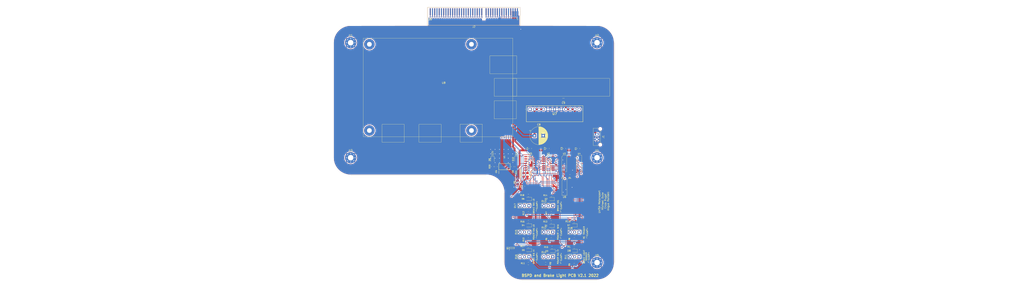
<source format=kicad_pcb>
(kicad_pcb (version 20211014) (generator pcbnew)
  (title_block (title "ECU (DASH) PCB") (date "2019-09-05") (rev "4") (company "UniSA Motorsport") (comment 1 "Enzo Rugai"))
  (layers (0 "F.Cu" signal) (31 "B.Cu" signal) (34 "B.Paste" user) (35 "F.Paste" user) (36 "B.SilkS" user "B.Silkscreen") (37 "F.SilkS" user "F.Silkscreen") (38 "B.Mask" user) (39 "F.Mask" user) (44 "Edge.Cuts" user))
  (net 0 "")
  (net 1 "GND")
  (net 2 "BRAKE_SIG")
  (net 3 "POWER_SIG")
  (net 4 "Net-(RV1-Pad2)")
  (net 5 "Net-(RV2-Pad2)")
  (net 6 "Net-(RV3-Pad2)")
  (net 7 "Net-(RV5-Pad2)")
  (net 8 "Net-(RV6-Pad2)")
  (net 9 "Net-(RV7-Pad2)")
  (net 10 "+5V")
  (net 11 "+24V")
  (net 12 "Net-(C7-Pad1)")
  (net 13 "BRAKE_LIGHT")
  (net 14 "Net-(Q1-Pad1)")
  (net 15 "Net-(R4-Pad1)")
  (net 16 "Net-(R5-Pad2)")
  (net 17 "Net-(R6-Pad2)")
  (net 18 "Net-(R7-Pad2)")
  (net 19 "Net-(R9-Pad1)")
  (net 20 "Net-(R10-Pad2)")
  (net 21 "Net-(R11-Pad1)")
  (net 22 "Net-(R12-Pad2)")
  (net 23 "Net-(U3-Pad3)")
  (net 24 "Net-(U4-Pad3)")
  (net 25 "Net-(U4-Pad4)")
  (net 26 "Net-(U4-Pad10)")
  (net 27 "BSPD_TRIGGER")
  (net 28 "Net-(D1-Pad2)")
  (net 29 "Net-(D2-Pad2)")
  (net 30 "Net-(R13-Pad1)")
  (net 31 "Net-(R14-Pad1)")
  (net 32 "Net-(D3-Pad2)")
  (net 33 "Net-(D4-Pad2)")
  (net 34 "Net-(R15-Pad1)")
  (net 35 "Net-(R16-Pad1)")
  (net 36 "Net-(D5-Pad2)")
  (net 37 "Net-(D6-Pad2)")
  (net 38 "Net-(R17-Pad1)")
  (net 39 "Net-(R18-Pad1)")
  (net 40 "Net-(D7-Pad2)")
  (net 41 "Net-(D8-Pad2)")
  (net 42 "Net-(D9-Pad2)")
  (net 43 "Net-(D10-Pad2)")
  (net 44 "Net-(R22-Pad1)")
  (net 45 "BRAKE_SIG_AMP")
  (net 46 "Net-(U6-Pad8)")
  (net 47 "Net-(U6-Pad6)")
  (net 48 "Net-(U6-Pad13)")
  (net 52 "Net-(R8-Pad2)")
  (net 53 "unconnected-(J2-Pad10)")
  (net 54 "unconnected-(J2-Pad11)")
  (net 55 "unconnected-(J2-Pad12)")
  (net 56 "unconnected-(J2-Pad13)")
  (net 57 "unconnected-(J2-Pad14)")
  (net 58 "unconnected-(J2-Pad15)")
  (net 59 "unconnected-(J2-Pad16)")
  (net 60 "unconnected-(J2-Pad17)")
  (net 61 "unconnected-(J2-Pad18)")
  (net 62 "unconnected-(J2-Pad19)")
  (net 63 "unconnected-(J2-Pad20)")
  (net 64 "unconnected-(J2-Pad21)")
  (net 65 "unconnected-(J2-Pad22)")
  (net 66 "unconnected-(J2-Pad23)")
  (net 67 "unconnected-(J2-Pad24)")
  (net 68 "unconnected-(J2-Pad25)")
  (net 69 "unconnected-(J2-Pad26)")
  (net 70 "unconnected-(J2-Pad27)")
  (net 71 "unconnected-(J2-Pad28)")
  (net 72 "unconnected-(J2-Pad29)")
  (net 73 "unconnected-(J2-Pad30)")
  (net 74 "unconnected-(J2-Pad31)")
  (net 75 "unconnected-(J2-Pad32)")
  (net 76 "unconnected-(J2-Pad33)")
  (net 77 "unconnected-(J2-Pad34)")
  (net 78 "unconnected-(J2-Pad35)")
  (net 79 "unconnected-(J2-Pad36)")
  (net 80 "unconnected-(J2-Pad37)")
  (net 81 "unconnected-(J2-Pad38)")
  (net 82 "unconnected-(J2-Pad39)")
  (net 83 "Net-(RV4-Pad2)")
  (net 84 "Net-(RV8-Pad2)")
  (net 85 "+12V")
  (footprint "UniSA_Motorsport_Capacitor:0805" (layer "F.Cu") (at 156.635 94.1 90)
    (fp_text reference "C1")
    (fp_text value "GCM0805_1u")
  )
  (footprint "UniSA_Motorsport_Capacitor:0805" (layer "F.Cu") (at 139.135 94.1 90)
    (fp_text reference "C2")
    (fp_text value "GCM0805_1u")
  )
  (footprint "UniSA_Motorsport_Capacitor:0805" (layer "F.Cu") (at 148.635 94.1 90)
    (fp_text reference "C3")
    (fp_text value "GCM0805_1u")
  )
  (footprint "UniSA_Motorsport_Capacitor:0805" (layer "F.Cu") (at 129.135 94.1 90)
    (fp_text reference "C4")
    (fp_text value "GCM0805_1u")
  )
  (footprint "UniSA_Motorsport_Capacitor:0805" (layer "F.Cu") (at 109.735 104.4 90)
    (fp_text reference "C5")
    (fp_text value "GCM0805_1u")
  )
  (footprint "UniSA_Motorsport_Capacitor:0805" (layer "F.Cu") (at 119.135 104.4 90)
    (fp_text reference "C6")
    (fp_text value "GCM0805_1u")
  )
  (footprint "UniSA_Motorsport_Capacitor:0805" (layer "F.Cu") (at 147.635 109.6 180)
    (fp_text reference "C7")
    (fp_text value "GCM0805_2.2u")
  )
  (footprint "UniSA_Motorsport_SOT_TO:SOT-23-3" (layer "F.Cu") (at 118.66 150.6 90)
    (fp_text reference "Q1")
    (fp_text value "DMN6075SQ-7" hide)
  )
  (footprint "UniSA_Motorsport_Resistor:0805" (layer "F.Cu") (at 151.635 109.6 180)
    (fp_text reference "R4")
    (fp_text value "CRCW0805")
  )
  (footprint "UniSA_Motorsport_Resistor:0805" (layer "F.Cu") (at 154.11 160.1)
    (fp_text reference "R5")
    (fp_text value "CRCW0805")
  )
  (footprint "UniSA_Motorsport_Resistor:0805" (layer "F.Cu") (at 141.06 145.6)
    (fp_text reference "R6")
    (fp_text value "CRCW0805")
  )
  (footprint "UniSA_Motorsport_Resistor:0805" (layer "F.Cu") (at 154.135 145.6 180)
    (fp_text reference "R8")
    (fp_text value "CRCW0805")
  )
  (footprint "UniSA_Motorsport_Resistor:0805" (layer "F.Cu") (at 137.885 159.35)
    (fp_text reference "R9")
    (fp_text value "CRCW0805")
  )
  (footprint "UniSA_Motorsport_Resistor:0805" (layer "F.Cu") (at 128.06 145.6)
    (fp_text reference "R10")
    (fp_text value "CRCW0805")
  )
  (footprint "UniSA_Motorsport_Resistor:0805" (layer "F.Cu") (at 128.06 130.6)
    (fp_text reference "R12")
    (fp_text value "CRCW0805")
  )
  (footprint "UniSA_Motorsport_SOT_TO:SOT-223-4" (layer "F.Cu") (at 114.435 104.4 90)
    (fp_text reference "U1")
    (fp_text value "LM7805" hide)
  )
  (footprint "UniSA_Motorsport_SO:SOIC-14" (layer "F.Cu") (at 139.335 102.6 -90)
    (fp_text reference "U2")
    (fp_text value "LM7902D")
  )
  (footprint "UniSA_Motorsport_SO:SOIC-14" (layer "F.Cu") (at 148.435 102.6 -90)
    (fp_text reference "U3")
    (fp_text value "CD4081BM96")
  )
  (footprint "UniSA_Motorsport_SO:SOIC-14" (layer "F.Cu") (at 156.885 102.6 -90)
    (fp_text reference "U4")
    (fp_text value "CD4071BM96")
  )
  (footprint "UniSA_Motorsport_Resistor:0805" (layer "F.Cu") (at 121.885 113.35 90)
    (fp_text reference "R3")
    (fp_text value "CRCW0805")
  )
  (footprint "UniSA_Motorsport_Resistor:0805" (layer "F.Cu") (at 128.06 159.37)
    (fp_text reference "R11")
    (fp_text value "CRCW0805")
  )
  (footprint "UniSA_Motorsport_Resistor:0805" (layer "F.Cu") (at 141.06 130.6)
    (fp_text reference "R7")
    (fp_text value "CRCW0805")
  )
  (footprint "UniSA_Motorsport_Diode:0805" (layer "F.Cu") (at 141.015 138.045 180)
    (fp_text reference "D1")
    (fp_text value "LED_0805")
  )
  (footprint "UniSA_Motorsport_Diode:0805" (layer "F.Cu") (at 141.015 122.845 180)
    (fp_text reference "D2")
    (fp_text value "LED_0805")
  )
  (footprint "UniSA_Motorsport_Resistor:0805" (layer "F.Cu") (at 141.06 120.745 180)
    (fp_text reference "R14")
    (fp_text value "CRCW0805")
  )
  (footprint "UniSA_Motorsport_Resistor:0805" (layer "F.Cu") (at 141.06 135.845 180)
    (fp_text reference "R13")
    (fp_text value "CRCW0805")
  )
  (footprint "UniSA_Motorsport_Diode:0805" (layer "F.Cu") (at 141.43 152.35 180)
    (fp_text reference "D3")
    (fp_text value "LED_0805")
  )
  (footprint "UniSA_Motorsport_Diode:0805" (layer "F.Cu") (at 128.015 137.745 180)
    (fp_text reference "D4")
    (fp_text value "LED_0805")
  )
  (footprint "UniSA_Motorsport_Resistor:0805" (layer "F.Cu") (at 141.475 150.25 180)
    (fp_text reference "R15")
    (fp_text value "CRCW0805")
  )
  (footprint "UniSA_Motorsport_Resistor:0805" (layer "F.Cu") (at 128.06 135.695 180)
    (fp_text reference "R16")
    (fp_text value "CRCW0805")
  )
  (footprint "UniSA_Motorsport_Diode:0805" (layer "F.Cu") (at 128.015 151.87 180)
    (fp_text reference "D5")
    (fp_text value "LED_0805")
  )
  (footprint "UniSA_Motorsport_Diode:0805" (layer "F.Cu") (at 128.015 122.77 180)
    (fp_text reference "D6")
    (fp_text value "LED_0805")
  )
  (footprint "UniSA_Motorsport_Resistor:0805" (layer "F.Cu") (at 128.06 149.82 180)
    (fp_text reference "R17")
    (fp_text value "CRCW0805")
  )
  (footprint "UniSA_Motorsport_Resistor:0805" (layer "F.Cu") (at 128.06 120.695 180)
    (fp_text reference "R18")
    (fp_text value "CRCW0805")
  )
  (footprint "UniSA_Motorsport_Diode:0805" (layer "F.Cu") (at 154 137.75 180)
    (fp_text reference "D7")
    (fp_text value "LED_0805")
  )
  (footprint "UniSA_Motorsport_Resistor:0805" (layer "F.Cu") (at 154 135.6 180)
    (fp_text reference "R19")
    (fp_text value "CRCW0805")
  )
  (footprint "UniSA_Motorsport_Diode:0805" (layer "F.Cu") (at 154.085 152.195 180)
    (fp_text reference "D8")
    (fp_text value "LED_0805")
  )
  (footprint "UniSA_Motorsport_Resistor:0805" (layer "F.Cu") (at 154.11 149.995 180)
    (fp_text reference "R1")
    (fp_text value "CRCW0805")
  )
  (footprint "UniSA_Motorsport_SO:SOIC-14" (layer "F.Cu") (at 129.185 102.545 -90)
    (fp_text reference "U5")
    (fp_text value "LM7902D")
  )
  (footprint "UniSA_Motorsport_Diode:0805" (layer "F.Cu") (at 121.21 100.345 -90)
    (fp_text reference "D10")
    (fp_text value "LED_0805")
  )
  (footprint "UniSA_Motorsport_Resistor:0805" (layer "F.Cu") (at 121.185 104.395 90)
    (fp_text reference "R21")
    (fp_text value "CRCW0805")
  )
  (footprint "UniSA_Motorsport_Diode:0805" (layer "F.Cu") (at 107.735 100.445 -90)
    (fp_text reference "D9")
    (fp_text value "LED_0805")
  )
  (footprint "UniSA_Motorsport_SO:SOIC-14" (layer "F.Cu") (at 148.585 116.145 -90)
    (fp_text reference "U6")
    (fp_text value "LM7902D")
  )
  (footprint "UniSA_Motorsport_Resistor:0805" (layer "F.Cu") (at 107.735 104.37 90)
    (fp_text reference "R20")
    (fp_text value "CRCW0805")
  )
  (footprint "UniSA_Motorsport_Resistor:0805" (layer "F.Cu") (at 125.385 115.525 90)
    (fp_text reference "R2")
    (fp_text value "CRCW0805")
  )
  (footprint "UniSA_Motorsport_Resistor:0805" (layer "F.Cu") (at 127.535 109.075 -90)
    (fp_text reference "R22")
    (fp_text value "CRCW0805")
  )
  (footprint "UniSA_Motorsport_Resistor:0805" (layer "F.Cu") (at 125.335 109.125 90)
    (fp_text reference "R23")
    (fp_text value "CRCW0805")
  )
  (footprint "Connector_PinHeader_2.54mm:PinHeader_1x03_P2.54mm_Vertical" (layer "F.Cu") (at 141.885 141.6 -90)
    (fp_text reference "RV2")
    (fp_text value "RT4656")
  )
  (footprint "Connector_PinHeader_2.54mm:PinHeader_1x03_P2.54mm_Vertical" (layer "F.Cu") (at 141.925 126.6 -90)
    (fp_text reference "RV3")
    (fp_text value "RT4656")
  )
  (footprint "Connector_PinHeader_2.54mm:PinHeader_1x03_P2.54mm_Vertical" (layer "F.Cu") (at 141.885 155.6 -90)
    (fp_text reference "RV4")
    (fp_text value "RT4656")
  )
  (footprint "Connector_PinHeader_2.54mm:PinHeader_1x03_P2.54mm_Vertical" (layer "F.Cu") (at 128.385 141.6 -90)
    (fp_text reference "RV5")
    (fp_text value "RT4656")
  )
  (footprint "Connector_PinHeader_2.54mm:PinHeader_1x03_P2.54mm_Vertical" (layer "F.Cu") (at 128.385 155.6 -90)
    (fp_text reference "RV6")
    (fp_text value "RT4656")
  )
  (footprint "Connector_PinHeader_2.54mm:PinHeader_1x03_P2.54mm_Vertical" (layer "F.Cu") (at 156.885 141.6 -90)
    (fp_text reference "RV8")
    (fp_text value "RT4656")
  )
  (footprint "Connector_PinHeader_2.54mm:PinHeader_1x03_P2.54mm_Vertical" (layer "F.Cu") (at 156.885 155.6 -90)
    (fp_text reference "RV1")
    (fp_text value "RT4656")
  )
  (footprint "Connector_PinHeader_2.54mm:PinHeader_1x03_P2.54mm_Vertical" (layer "F.Cu") (at 128.385 126.6 -90)
    (fp_text reference "RV7")
    (fp_text value "RT4656")
  )
  (footprint "MountingHole:MountingHole_3.2mm_M3_Pad_Via" (layer "F.Cu") (at 167.0875 158.91962)
    (fp_text reference "H5")
    (fp_text value "MountingHole_Pad")
  )
  (footprint "UniSA_Motorsport_Connector:Molex_Micro-Fit_43650-0215_1x02_Vertical" (layer "F.Cu") (at 166.95 85.95 -90)
    (fp_text reference "J1")
    (fp_text value "Microfit_01x02_Vertical")
  )
  (footprint "UniSA_Motorsport_Others:P783-Q24-S12-S" (layer "F.Cu") (at 129.03 71.805)
    (fp_text reference "U7")
    (fp_text value "P783-Q24-S12-S" hide)
  )
  (footprint "UniSA_Motorsport_Connector:Samtec_MECF-40-0_-L-DV_2x40_P1.27mm_Polarized_Edge" (layer "F.Cu") (at 97.0875 18.91962 180)
    (fp_text reference "J2")
    (fp_text value "Conn_01x39_Male")
    (fp_line (start -26.275 5) (end -6.325 5) (layer "Edge.Cuts") (width 0.12))
    (fp_line (start -5.085 5) (end 26.275 5) (layer "Edge.Cuts") (width 0.12))
    (fp_line (start -26.75 -5) (end -26.275 -5) (layer "Edge.Cuts") (width 0.12))
    (fp_line (start -5.085 5) (end -5.085 -2) (layer "Edge.Cuts") (width 0.12))
    (fp_line (start -6.325 -2) (end -5.085 -2) (layer "Edge.Cuts") (width 0.12))
    (fp_line (start 26.75 -5) (end 26.275 -5) (layer "Edge.Cuts") (width 0.12))
    (fp_line (start -26.275 5) (end -26.275 -5) (layer "Edge.Cuts") (width 0.12))
    (fp_line (start 26.275 5) (end 26.275 -5) (layer "Edge.Cuts") (width 0.12))
    (fp_line (start -6.325 5) (end -6.325 -2) (layer "Edge.Cuts") (width 0.12))
  )
  (footprint "MountingHole:MountingHole_3.2mm_M3_Pad_Via" (layer "F.Cu") (at 27.0755 99.31962)
    (fp_text reference "H3")
    (fp_text value "MountingHole_Pad")
  )
  (footprint "MountingHole:MountingHole_3.2mm_M3_Pad_Via" (layer "F.Cu") (at 167.0755 33.963325)
    (fp_text reference "H2")
    (fp_text value "MountingHole_Pad")
  )
  (footprint "UniSA_Motorsport_Others:Raspberry PI 4" (layer "F.Cu") (at 34.215 31.355)
    (fp_text reference "U8")
    (fp_text value "Raspberry_Pi_4")
  )
  (footprint "UniSA_Motorsport_Capacitor:1206" (layer "F.Cu") (at 148 66.35 180)
    (fp_text reference "C9")
    (fp_text value "GCM1206_22u")
  )
  (footprint "MountingHole:MountingHole_3.2mm_M3_Pad_Via" (layer "F.Cu") (at 167.0755 99.31962)
    (fp_text reference "H4")
    (fp_text value "MountingHole_Pad")
  )
  (footprint "MountingHole:MountingHole_3.2mm_M3_Pad_Via" (layer "F.Cu") (at 27.0755 33.963325)
    (fp_text reference "H1")
    (fp_text value "MountingHole_Pad")
  )
  (footprint "Capacitor_THT:CP_Radial_D10.0mm_P5.00mm" (layer "F.Cu") (at 131.5 86.8)
    (fp_text reference "C8")
    (fp_text value "GCM1206_100u")
  )
  (gr_line (start 162.135 159.1) (end 162.385 158.85) (layer "F.SilkS") (width 0.12))
  (gr_line (start 132.885 144.1) (end 132.635 143.85) (layer "F.SilkS") (width 0.12))
  (gr_line (start 132.635 144.35) (end 132.885 144.1) (layer "F.SilkS") (width 0.12))
  (gr_arc (start 132.885 145.1) (mid 132.385 144.6) (end 132.885 144.1) (layer "F.SilkS") (width 0.12))
  (gr_line (start 132.885 128.85) (end 132.635 128.6) (layer "F.SilkS") (width 0.12))
  (gr_arc (start 132.885 129.85) (mid 132.385 129.35) (end 132.885 128.85) (layer "F.SilkS") (width 0.12))
  (gr_line (start 132.635 129.1) (end 132.885 128.85) (layer "F.SilkS") (width 0.12))
  (gr_arc (start 146.635 145.1) (mid 146.135 144.6) (end 146.635 144.1) (layer "F.SilkS") (width 0.12))
  (gr_line (start 161.46 144.1) (end 161.21 143.85) (layer "F.SilkS") (width 0.12))
  (gr_line (start 161.21 144.35) (end 161.46 144.1) (layer "F.SilkS") (width 0.12))
  (gr_arc (start 146.635 130.1) (mid 146.135 129.6) (end 146.635 129.1) (layer "F.SilkS") (width 0.12))
  (gr_line (start 146.635 130.1) (end 146.385 129.85) (layer "F.SilkS") (width 0.12))
  (gr_arc (start 161.46 145.1) (mid 160.96 144.6) (end 161.46 144.1) (layer "F.SilkS") (width 0.12))
  (gr_line (start 146.385 145.35) (end 146.635 145.1) (layer "F.SilkS") (width 0.12))
  (gr_line (start 146.385 159.6) (end 146.635 159.35) (layer "F.SilkS") (width 0.12))
  (gr_line (start 146.385 130.35) (end 146.635 130.1) (layer "F.SilkS") (width 0.12))
  (gr_line (start 146.635 145.1) (end 146.385 144.85) (layer "F.SilkS") (width 0.12))
  (gr_line (start 146.635 159.35) (end 146.385 159.1) (layer "F.SilkS") (width 0.12))
  (gr_line (start 162.385 158.85) (end 162.135 158.6) (layer "F.SilkS") (width 0.12))
  (gr_arc (start 132.885 159.1) (mid 132.385 158.6) (end 132.885 158.1) (layer "F.SilkS") (width 0.12))
  (gr_arc (start 162.385 158.85) (mid 161.885 158.35) (end 162.385 157.85) (layer "F.SilkS") (width 0.12))
  (gr_arc (start 146.635 159.35) (mid 146.135 158.85) (end 146.635 158.35) (layer "F.SilkS") (width 0.12))
  (gr_line (start 132.885 159.1) (end 132.635 158.85) (layer "F.SilkS") (width 0.12))
  (gr_line (start 132.635 159.35) (end 132.885 159.1) (layer "F.SilkS") (width 0.12))
  (gr_arc (start 17.0755 33.963325) (mid 20.00443 26.892255) (end 27.0755 23.963325) (layer "Edge.Cuts") (width 0.05))
  (gr_arc (start 124.0875 168.91962) (mid 117.029273 166.021688) (end 114.0875 158.98162) (layer "Edge.Cuts") (width 0.05))
  (gr_line (start 177.0875 158.91962) (end 177.0755 33.963325) (layer "Edge.Cuts") (width 0.2))
  (gr_arc (start 167.0755 23.963325) (mid 174.146567 26.892258) (end 177.0755 33.963325) (layer "Edge.Cuts") (width 0.05))
  (gr_line (start 124.0875 168.91962) (end 167.0875 168.91962) (layer "Edge.Cuts") (width 0.2))
  (gr_arc (start 104.0875 109.31962) (mid 111.145727 112.217552) (end 114.0875 119.25762) (layer "Edge.Cuts") (width 0.05))
  (gr_line (start 114.0875 158.98162) (end 114.0875 119.25762) (layer "Edge.Cuts") (width 0.2))
  (gr_line (start 167.0755 23.963325) (end 123.8375 23.91962) (layer "Edge.Cuts") (width 0.05))
  (gr_line (start 27.0755 23.963325) (end 70.3375 23.91962) (layer "Edge.Cuts") (width 0.05))
  (gr_line (start 27.0755 109.31962) (end 104.0875 109.31962) (layer "Edge.Cuts") (width 0.2))
  (gr_arc (start 27.0755 109.31962) (mid 20.004432 106.390688) (end 17.0755 99.31962) (layer "Edge.Cuts") (width 0.05))
  (gr_line (start 17.0755 99.31962) (end 17.0755 33.963325) (layer "Edge.Cuts") (width 0.05))
  (gr_arc (start 177.0875 158.91962) (mid 174.158568 165.990688) (end 167.0875 168.91962) (layer "Edge.Cuts") (width 0.05))
  (gr_text "POWER SIG HI" (at 144.885 155.6 90) (layer "F.SilkS") (effects (font (size 0.8 0.8))))
  (gr_text "Cutoff+" (at 132.885 141.35 90) (layer "F.SilkS") (effects (font (size 0.8 0.8))))
  (gr_text "Cutoff+" (at 132.885 126.1 90) (layer "F.SilkS") (effects (font (size 0.8 0.8))))
  (gr_text "Cutoff+" (at 146.635 126.35 90) (layer "F.SilkS") (effects (font (size 0.8 0.8))))
  (gr_text "RC TRIGGER" (at 159.71 141.85 90) (layer "F.SilkS") (effects (font (size 0.8 0.8))))
  (gr_text "Cutoff+" (at 161.46 141.35 90) (layer "F.SilkS") (effects (font (size 0.8 0.8))))
  (gr_text "Cutoff+" (at 146.635 141.35 90) (layer "F.SilkS") (effects (font (size 0.8 0.8))))
  (gr_text "BRAKE SIG LO" (at 131.135 126.85 90) (layer "F.SilkS") (effects (font (size 0.8 0.8))))
  (gr_text "BSPD and Brake Light PCB V2.1 2022" (at 146.1 166.25) (layer "F.SilkS") (effects (font (size 1.5 1.5) (thickness 0.3))))
  (gr_text "POWER SIG LO" (at 131.135 141.6 90) (layer "F.SilkS") (effects (font (size 0.8 0.8))))
  (gr_text "1" (at 121.92 20.5) (layer "F.SilkS") (effects (font (size 1 1))))
  (gr_text "POWER > 5KW" (at 144.885 141.6 90) (layer "F.SilkS") (effects (font (size 0.8 0.8))))
  (gr_text "Cutoff+" (at 132.885 155.35 90) (layer "F.SilkS") (effects (font (size 0.8 0.8))))
  (gr_text "BRAKE SIG HI" (at 131.135 155.6 90) (layer "F.SilkS") (effects (font (size 0.8 0.8))))
  (gr_text "UniSA Motorsport" (at 168.4 124.4 90) (layer "F.SilkS") (effects (font (size 1 1))))
  (gr_text "Michael Duke\nEnzo Rugai\nAngus Randell" (at 171.8 124 90) (layer "F.SilkS") (effects (font (size 1 1))))
  (gr_text "12V" (at 107.71 96.795 90) (layer "F.SilkS") (effects (font (size 1 1))))
  (gr_text "Cutoff+" (at 162.385 155.1 90) (layer "F.SilkS") (effects (font (size 0.8 0.8))))
  (gr_text "Cutoff+" (at 146.635 155.6 90) (layer "F.SilkS") (effects (font (size 0.8 0.8))))
  (gr_text "5V" (at 121.185 97.195 90) (layer "F.SilkS") (effects (font (size 1 1))))
  (gr_text "BRAKE SIG" (at 144.885 126.6 90) (layer "F.SilkS") (effects (font (size 0.8 0.8))))
  (gr_text "Rf" (at 123.705 106.61 90) (layer "F.SilkS") (effects (font (size 1 1))))
  (gr_text "39" (at 72.25 20.75) (layer "F.SilkS") (effects (font (size 1 1))))
  (gr_text "BRAKE LIGHT\nTRIGGER" (at 160.385 155.6 90) (layer "F.SilkS") (effects (font (size 0.8 0.8))))
  (segment (start 153.16 106.41) (end 151.135 106.41) (width 0.25) (layer "F.Cu") (net 1))
  (segment (start 148.635 102.6) (end 149.905 101.33) (width 0.25) (layer "F.Cu") (net 1))
  (segment (start 147.31 106.96) (end 149.56 106.96) (width 0.25) (layer "F.Cu") (net 1))
  (segment (start 156.54 152.195) (end 157.135 151.6) (width 0.25) (layer "F.Cu") (net 1))
  (segment (start 119.25 101.671796) (end 121.21 99.711796) (width 0.35) (layer "F.Cu") (net 1))
  (segment (start 125.385 112.25) (end 127.535 110.1) (width 0.25) (layer "F.Cu") (net 1))
  (segment (start 147.635 103.6) (end 148.635 102.6) (width 0.25) (layer "F.Cu") (net 1))
  (segment (start 151.285 114.875) (end 151.285 116.145) (width 0.25) (layer "F.Cu") (net 1))
  (segment (start 150.11 106.41) (end 151.135 106.41) (width 0.25) (layer "F.Cu") (net 1))
  (segment (start 121.885 112.325) (end 121.885 110.85) (width 0.25) (layer "F.Cu") (net 1))
  (segment (start 142.035 102.6) (end 143.06 102.6) (width 0.25) (layer "F.Cu") (net 1))
  (segment (start 111.6875 16.42462) (end 111.6825 16.41962) (width 0.35) (layer "F.Cu") (net 1))
  (segment (start 148.175 100.06) (end 147.635 100.6) (width 0.25) (layer "F.Cu") (net 1))
  (segment (start 146.335001 103.6) (end 147.635 103.6) (width 0.25) (layer "F.Cu") (net 1))
  (segment (start 155.11 152.195) (end 156.54 152.195) (width 0.25) (layer "F.Cu") (net 1))
  (segment (start 149.905 101.33) (end 151.135 101.33) (width 0.25) (layer "F.Cu") (net 1))
  (segment (start 149.37 117.415) (end 149.365 117.41) (width 0.25) (layer "F.Cu") (net 1))
  (segment (start 151.285 117.415) (end 149.37 117.415) (width 0.25) (layer "F.Cu") (net 1))
  (segment (start 142.5 152.35) (end 143.85 152.35) (width 0.25) (layer "F.Cu") (net 1))
  (segment (start 143.85 152.35) (end 143.95 152.25) (width 0.25) (layer "F.Cu") (net 1))
  (segment (start 146.065001 103.87) (end 146.335001 103.6) (width 0.25) (layer "F.Cu") (net 1))
  (segment (start 151.285 116.145) (end 152.9 116.145) (width 0.5) (layer "F.Cu") (net 1))
  (segment (start 146.61 109.6) (end 145.635 109.6) (width 0.25) (layer "F.Cu") (net 1))
  (segment (start 147.835 118.94) (end 146.31 117.415) (width 0.25) (layer "F.Cu") (net 1))
  (segment (start 152.9 116.145) (end 152.905 116.15) (width 0.5) (layer "F.Cu") (net 1))
  (segment (start 143.06 102.6) (end 144.33 103.87) (width 0.25) (layer "F.Cu") (net 1))
  (segment (start 145.735 106.41) (end 146.76 106.41) (width 0.25) (layer "F.Cu") (net 1))
  (segment (start 144.33 103.87) (end 145.735 103.87) (width 0.25) (layer "F.Cu") (net 1))
  (segment (start 123.75 26.3) (end 121.8425 24.3925) (width 1) (layer "F.Cu") (net 1))
  (segment (start 121.21 99.711796) (end 121.21 99.32) (width 0.35) (layer "F.Cu") (net 1))
  (segment (start 131.985 102.6) (end 133.01 102.6) (width 0.25) (layer "F.Cu") (net 1))
  (segment (start 119.25 102) (end 119.25 101.671796) (width 0.35) (layer "F.Cu") (net 1))
  (segment (start 119.8 116) (end 119.8 114.41) (width 0.35) (layer "F.Cu") (net 1))
  (segment (start 145.735 105.14) (end 149.175 105.14) (width 0.25) (layer "F.Cu") (net 1))
  (segment (start 125.385 113.1) (end 125.385 112.25) (width 0.25) (layer "F.Cu") (net 1))
  (segment (start 146.76 106.41) (end 147.31 106.96) (width 0.25) (layer "F.Cu") (net 1))
  (segment (start 151.285 117.415) (end 151.285 116.145) (width 0.25) (layer "F.Cu") (net 1))
  (segment (start 125.385 113.1) (end 125.385 114.5) (width 0.25) (layer "F.Cu") (net 1))
  (segment (start 121.8425 24.3925) (end 121.8425 16.41962) (width 1) (layer "F.Cu") (net 1))
  (segment (start 151.135 100.06) (end 148.175 100.06) (width 0.25) (layer "F.Cu") (net 1))
  (segment (start 111.6875 19.31962) (end 111.6875 16.42462) (width 0.35) (layer "F.Cu") (net 1))
  (segment (start 119.8 114.41) (end 121.885 112.325) (width 0.35) (layer "F.Cu") (net 1))
  (segment (start 151.135 105.14) (end 149.175 105.14) (width 0.25) (layer "F.Cu") (net 1))
  (segment (start 149.56 106.96) (end 150.11 106.41) (width 0.25) (layer "F.Cu") (net 1))
  (segment (start 154.185 106.41) (end 153.16 106.41) (width 0.25) (layer "F.Cu") (net 1))
  (via (at 145.635 109.6) (size 0.8) (drill 0.4) (layers "F.Cu" "B.Cu") (net 1))
  (via (at 116.635 94.6) (size 0.8) (drill 0.4) (layers "F.Cu" "B.Cu") (net 1))
  (via (at 109.135 102.1) (size 0.8) (drill 0.4) (layers "F.Cu" "B.Cu") (net 1))
  (via (at 119.8 116) (size 0.8) (drill 0.4) (layers "F.Cu" "B.Cu") (net 1))
  (via (at 149.365 117.41) (size 0.8) (drill 0.4) (layers "F.Cu" "B.Cu") (net 1))
  (via (at 114.135 97.1) (size 0.8) (drill 0.4) (layers "F.Cu" "B.Cu") (net 1))
  (via (at 125.385 113.1) (size 0.8) (drill 0.4) (layers "F.Cu" "B.Cu") (net 1))
  (via (at 153.16 106.41) (size 0.8) (drill 0.4) (layers "F.Cu" "B.Cu") (net 1))
  (via (at 111.635 102.1) (size 0.8) (drill 0.4) (layers "F.Cu" "B.Cu") (net 1))
  (via (at 147.835 118.94) (size 0.8) (drill 0.4) (layers "F.Cu" "B.Cu") (net 1))
  (via (at 116.635 102.1) (size 0.8) (drill 0.4) (layers "F.Cu" "B.Cu") (net 1))
  (via (at 157.135 151.6) (size 0.8) (drill 0.4) (layers "F.Cu" "B.Cu") (net 1))
  (via (at 116.635 99.6) (size 0.8) (drill 0.4) (layers "F.Cu" "B.Cu") (net 1))
  (via (at 148.635 102.6) (size 0.8) (drill 0.4) (layers "F.Cu" "B.Cu") (net 1))
  (via (at 152.905 116.15) (size 0.8) (drill 0.4) (layers "F.Cu" "B.Cu") (net 1))
  (via (at 119.25 102) (size 0.8) (drill 0.4) (layers "F.Cu" "B.Cu") (net 1))
  (via (at 109.135 94.6) (size 0.8) (drill 0.4) (layers "F.Cu" "B.Cu") (net 1))
  (via (at 109.135 99.6) (size 0.8) (drill 0.4) (layers "F.Cu" "B.Cu") (net 1))
  (via (at 111.6875 19.31962) (size 0.8) (drill 0.4) (layers "F.Cu" "B.Cu") (net 1))
  (via (at 114.135 94.6) (size 0.8) (drill 0.4) (layers "F.Cu" "B.Cu") (net 1))
  (via (at 111.635 94.6) (size 0.8) (drill 0.4) (layers "F.Cu" "B.Cu") (net 1))
  (via (at 119.135 97.1) (size 0.8) (drill 0.4) (layers "F.Cu" "B.Cu") (net 1))
  (via (at 111.635 97.1) (size 0.8) (drill 0.4) (layers "F.Cu" "B.Cu") (net 1))
  (via (at 106.6 94.6) (size 0.8) (drill 0.4) (layers "F.Cu" "B.Cu") (net 1))
  (via (at 116.635 97.1) (size 0.8) (drill 0.4) (layers "F.Cu" "B.Cu") (net 1))
  (via (at 149.175 105.14) (size 0.8) (drill 0.4) (layers "F.Cu" "B.Cu") (net 1))
  (via (at 123.75 26.3) (size 0.8) (drill 0.4) (layers "F.Cu" "B.Cu") (net 1))
  (via (at 143.95 152.25) (size 0.8) (drill 0.4) (layers "F.Cu" "B.Cu") (net 1))
  (via (at 109.135 97.1) (size 0.8) (drill 0.4) (layers "F.Cu" "B.Cu") (net 1))
  (via (at 119.135 94.6) (size 0.8) (drill 0.4) (layers "F.Cu" "B.Cu") (net 1))
  (via (at 106.635 99.6) (size 0.8) (drill 0.4) (layers "F.Cu" "B.Cu") (net 1))
  (via (at 133.01 102.6) (size 0.8) (drill 0.4) (layers "F.Cu" "B.Cu") (net 1))
  (via (at 111.635 99.6) (size 0.8) (drill 0.4) (layers "F.Cu" "B.Cu") (net 1))
  (via (at 121.885 110.85) (size 0.8) (drill 0.4) (layers "F.Cu" "B.Cu") (net 1))
  (via (at 121.85 19.4) (size 0.8) (drill 0.4) (layers "F.Cu" "B.Cu") (net 1))
  (via (at 106.635 97.1) (size 0.8) (drill 0.4) (layers "F.Cu" "B.Cu") (net 1))
  (via (at 147.635 100.6) (size 0.8) (drill 0.4) (layers "F.Cu" "B.Cu") (net 1))
  (segment (start 121.85 16.41212) (end 121.8475 16.40962) (width 1) (layer "B.Cu") (net 1))
  (segment (start 121.85 19.4) (end 121.85 16.41212) (width 1) (layer "B.Cu") (net 1))
  (segment (start 111.6875 19.31962) (end 111.6875 16.40962) (width 0.35) (layer "B.Cu") (net 1))
  (segment (start 149.365 117.41) (end 147.835 118.94) (width 0.25) (layer "B.Cu") (net 1))
  (segment (start 121.885 114.375) (end 121.885 115.659) (width 0.25) (layer "F.Cu") (net 2))
  (segment (start 124.865 103.87) (end 126.43 103.87) (width 0.25) (layer "F.Cu") (net 2))
  (segment (start 121.885 114.375) (end 123.635 112.625) (width 0.25) (layer "F.Cu") (net 2))
  (segment (start 123.635 112.625) (end 123.635 105.1) (width 0.25) (layer "F.Cu") (net 2))
  (segment (start 113.0025 19.3975) (end 113.0025 88) (width 0.25) (layer "F.Cu") (net 2))
  (segment (start 113.0025 19.32462) (end 113.0025 16.46962) (width 0.35) (layer "F.Cu") (net 2))
  (segment (start 123.635 105.1) (end 124.865 103.87) (width 0.25) (layer "F.Cu") (net 2))
  (segment (start 121.885 115.659) (end 121.66 115.884) (width 0.25) (layer "F.Cu") (net 2))
  (segment (start 113.0025 16.46962) (end 112.9525 16.41962) (width 0.35) (layer "F.Cu") (net 2))
  (via (at 113.0025 19.32462) (size 0.8) (drill 0.4) (layers "F.Cu" "B.Cu") (net 2))
  (via (at 113.0025 88) (size 0.8) (drill 0.4) (layers "F.Cu" "B.Cu") (net 2))
  (via (at 121.66 115.884) (size 0.8) (drill 0.4) (layers "F.Cu" "B.Cu") (net 2))
  (segment (start 113.0025 16.45462) (end 113.0025 19.3975) (width 0.25) (layer "B.Cu") (net 2))
  (segment (start 113.0025 102.1775) (end 113.0025 88) (width 0.25) (layer "B.Cu") (net 2))
  (segment (start 121.66 115.884) (end 121 115.224) (width 0.25) (layer "B.Cu") (net 2))
  (segment (start 121 115.224) (end 121 110.175) (width 0.25) (layer "B.Cu") (net 2))
  (segment (start 112.9575 16.40962) (end 113.0025 16.45462) (width 0.25) (layer "B.Cu") (net 2))
  (segment (start 121 110.175) (end 113.0025 102.1775) (width 0.25) (layer "B.Cu") (net 2))
  (segment (start 139.220001 100.685001) (end 139.865 101.33) (width 0.25) (layer "F.Cu") (net 3))
  (segment (start 114.2875 16.48462) (end 114.2225 16.41962) (width 0.35) (layer "F.Cu") (net 3))
  (segment (start 127.135 112.6) (end 126.91 112.825) (width 0.25) (layer "F.Cu") (net 3))
  (segment (start 136.635 103.87) (end 138.865 103.87) (width 0.25) (layer "F.Cu") (net 3))
  (segment (start 135.564997 100.649999) (end 135.599999 100.685001) (width 0.25) (layer "F.Cu") (net 3))
  (segment (start 126.91 112.825) (end 126.91 115.025) (width 0.25) (layer "F.Cu") (net 3))
  (segment (start 126.91 115.025) (end 125.385 116.55) (width 0.25) (layer "F.Cu") (net 3))
  (segment (start 128.3525 100.06) (end 128.63875 100.34625) (width 0.25) (layer "F.Cu") (net 3))
  (segment (start 139.865 101.33) (end 142.035 101.33) (width 0.25) (layer "F.Cu") (net 3))
  (segment (start 135.599999 100.685001) (end 139.220001 100.685001) (width 0.25) (layer "F.Cu") (net 3))
  (segment (start 114.25 19.35712) (end 114.2875 19.31962) (width 0.25) (layer "F.Cu") (net 3))
  (segment (start 126.585 100.06) (end 128.3525 100.06) (width 0.25) (layer "F.Cu") (net 3))
  (segment (start 114.2875 19.31962) (end 114.2875 16.48462) (width 0.35) (layer "F.Cu") (net 3))
  (segment (start 128.942499 100.649999) (end 135.564997 100.649999) (width 0.25) (layer "F.Cu") (net 3))
  (segment (start 138.865 103.87) (end 139.135 103.6) (width 0.25) (layer "F.Cu") (net 3))
  (segment (start 128.63875 100.34625) (end 128.942499 100.649999) (width 0.25) (layer "F.Cu") (net 3))
  (segment (start 114.25 88) (end 114.25 19.35712) (width 0.25) (layer "F.Cu") (net 3))
  (via (at 128.63875 100.34625) (size 0.8) (drill 0.4) (layers "F.Cu" "B.Cu") (net 3))
  (via (at 127.135 112.6) (size 0.8) (drill 0.4) (layers "F.Cu" "B.Cu") (net 3))
  (via (at 114.25 88) (size 0.8) (drill 0.4) (layers "F.Cu" "B.Cu") (net 3))
  (via (at 114.2875 19.31962) (size 0.8) (drill 0.4) (layers "F.Cu" "B.Cu") (net 3))
  (via (at 139.135 103.6) (size 0.8) (drill 0.4) (layers "F.Cu" "B.Cu") (net 3))
  (via (at 139.220001 100.685001) (size 0.8) (drill 0.4) (layers "F.Cu" "B.Cu") (net 3))
  (segment (start 114.2275 19.2725) (end 114.2275 16.40962) (width 0.25) (layer "B.Cu") (net 3))
  (segment (start 114.974511 87.275489) (end 114.25 88) (width 0.25) (layer "B.Cu") (net 3))
  (segment (start 126.535 102.45) (end 126.535 112) (width 0.25) (layer "B.Cu") (net 3))
  (segment (start 128.63875 100.34625) (end 126.535 102.45) (width 0.25) (layer "B.Cu") (net 3))
  (segment (start 128.63875 97.614136) (end 118.300103 87.275489) (width 0.25) (layer "B.Cu") (net 3))
  (segment (start 139.135 103.6) (end 139.135 100.770002) (width 0.25) (layer "B.Cu") (net 3))
  (segment (start 118.300103 87.275489) (end 114.974511 87.275489) (width 0.25) (layer "B.Cu") (net 3))
  (segment (start 139.135 100.770002) (end 139.220001 100.685001) (width 0.25) (layer "B.Cu") (net 3))
  (segment (start 128.63875 100.34625) (end 128.63875 97.614136) (width 0.25) (layer "B.Cu") (net 3))
  (segment (start 126.535 112) (end 127.135 112.6) (width 0.25) (layer "B.Cu") (net 3))
  (segment (start 139.995 99.96) (end 140.385 100.35) (width 0.25) (layer "F.Cu") (net 4))
  (segment (start 146.135 147.6) (end 146.135 122.6) (width 0.25) (layer "F.Cu") (net 4))
  (segment (start 138.772 100.06) (end 138.872 99.96) (width 0.25) (layer "F.Cu") (net 4))
  (segment (start 146.135 122.6) (end 141.135 117.6) (width 0.25) (layer "F.Cu") (net 4))
  (segment (start 154.345 155.6) (end 154.135 155.6) (width 0.25) (layer "F.Cu") (net 4))
  (segment (start 138.872 99.96) (end 139.995 99.96) (width 0.25) (layer "F.Cu") (net 4))
  (segment (start 141.135 117.6) (end 141.135 109.35) (width 0.25) (layer "F.Cu") (net 4))
  (segment (start 136.635 100.06) (end 138.772 100.06) (width 0.25) (layer "F.Cu") (net 4))
  (segment (start 154.135 155.6) (end 146.135 147.6) (width 0.25) (layer "F.Cu") (net 4))
  (via (at 140.385 100.35) (size 0.8) (drill 0.4) (layers "F.Cu" "B.Cu") (net 4))
  (via (at 141.135 109.35) (size 0.8) (drill 0.4) (layers "F.Cu" "B.Cu") (net 4))
  (segment (start 140.784999 100.749999) (end 140.784999 108.999999) (width 0.25) (layer "B.Cu") (net 4))
  (segment (start 140.385 100.35) (end 140.784999 100.749999) (width 0.25) (layer "B.Cu") (net 4))
  (segment (start 140.784999 108.999999) (end 141.135 109.35) (width 0.25) (layer "B.Cu") (net 4))
  (segment (start 138.425 105.14) (end 138.885 105.6) (width 0.25) (layer "F.Cu") (net 5))
  (segment (start 138.385 109.35) (end 138.385 116.35) (width 0.25) (layer "F.Cu") (net 5))
  (segment (start 138.385 116.35) (end 134.635 120.1) (width 0.25) (layer "F.Cu") (net 5))
  (segment (start 139.345 141.6) (end 134.635 136.89) (width 0.25) (layer "F.Cu") (net 5))
  (segment (start 136.635 105.14) (end 138.425 105.14) (width 0.25) (layer "F.Cu") (net 5))
  (segment (start 134.635 136.89) (end 134.635 120.1) (width 0.25) (layer "F.Cu") (net 5))
  (via (at 138.385 109.35) (size 0.8) (drill 0.4) (layers "F.Cu" "B.Cu") (net 5))
  (via (at 138.885 105.6) (size 0.8) (drill 0.4) (layers "F.Cu" "B.Cu") (net 5))
  (segment (start 138.885 105.6) (end 138.885 108.85) (width 0.25) (layer "B.Cu") (net 5))
  (segment (start 138.885 108.85) (end 138.385 109.35) (width 0.25) (layer "B.Cu") (net 5))
  (segment (start 140.345 105.14) (end 139.885 105.6) (width 0.25) (layer "F.Cu") (net 6))
  (segment (start 142.035 105.14) (end 140.345 105.14) (width 0.25) (layer "F.Cu") (net 6))
  (segment (start 139.885 109.35) (end 139.885 116.19353) (width 0.25) (layer "F.Cu") (net 6))
  (segment (start 139.885 116.19353) (end 139.08999 116.98854) (width 0.25) (layer "F.Cu") (net 6))
  (segment (start 139.08999 116.98854) (end 139.08999 126.30499) (width 0.25) (layer "F.Cu") (net 6))
  (via (at 139.885 109.35) (size 0.8) (drill 0.4) (layers "F.Cu" "B.Cu") (net 6))
  (via (at 139.885 105.6) (size 0.8) (drill 0.4) (layers "F.Cu" "B.Cu") (net 6))
  (segment (start 139.885 105.6) (end 139.885 109.35) (width 0.25) (layer "B.Cu") (net 6))
  (segment (start 121.135 123.90859) (end 129.434999 115.608591) (width 0.25) (layer "F.Cu") (net 7))
  (segment (start 129.434999 109.499999) (end 129.035 109.1) (width 0.25) (layer "F.Cu") (net 7))
  (segment (start 125.845 141.06) (end 121.135 136.35) (width 0.25) (layer "F.Cu") (net 7))
  (segment (start 127.865 101.33) (end 128.635 102.1) (width 0.25) (layer "F.Cu") (net 7))
  (segment (start 125.845 141.6) (end 125.845 141.06) (width 0.25) (layer "F.Cu") (net 7))
  (segment (start 126.585 101.33) (end 127.865 101.33) (width 0.25) (layer "F.Cu") (net 7))
  (segment (start 129.434999 115.608591) (end 129.434999 109.499999) (width 0.25) (layer "F.Cu") (net 7))
  (segment (start 121.135 136.35) (end 121.135 123.90859) (width 0.25) (layer "F.Cu") (net 7))
  (via (at 128.635 102.1) (size 0.8) (drill 0.4) (layers "F.Cu" "B.Cu") (net 7))
  (via (at 129.035 109.1) (size 0.8) (drill 0.4) (layers "F.Cu" "B.Cu") (net 7))
  (segment (start 128.635 102.1) (end 128.635001 108.700001) (width 0.25) (layer "B.Cu") (net 7))
  (segment (start 128.635001 108.700001) (end 129.035 109.1) (width 0.25) (layer "B.Cu") (net 7))
  (segment (start 126.095 152.56319) (end 120.135 146.60319) (width 0.25) (layer "F.Cu") (net 8))
  (segment (start 120.135 123.6) (end 127.635 116.1) (width 0.25) (layer "F.Cu") (net 8))
  (segment (start 120.135 146.60319) (end 120.135 123.6) (width 0.25) (layer "F.Cu") (net 8))
  (segment (start 127.635 116.1) (end 127.635001 113.700001) (width 0.25) (layer "F.Cu") (net 8))
  (segment (start 145.885 113.605) (end 143.639988 113.605) (width 0.25) (layer "F.Cu") (net 8))
  (segment (start 126.095 155.35) (end 126.095 152.56319) (width 0.25) (layer "F.Cu") (net 8))
  (segment (start 125.845 155.6) (end 126.095 155.35) (width 0.25) (layer "F.Cu") (net 8))
  (via (at 127.635001 113.700001) (size 0.8) (drill 0.4) (layers "F.Cu" "B.Cu") (net 8))
  (via (at 143.639988 113.605) (size 0.8) (drill 0.4) (layers "F.Cu" "B.Cu") (net 8))
  (segment (start 143.544987 113.700001) (end 143.639988 113.605) (width 0.25) (layer "B.Cu") (net 8))
  (segment (start 127.635001 113.700001) (end 143.544987 113.700001) (width 0.25) (layer "B.Cu") (net 8))
  (segment (start 130.870585 114.809415) (end 130.870585 110.193046) (width 0.25) (layer "F.Cu") (net 9))
  (segment (start 125.845 126.6) (end 125.685 126.44) (width 0.25) (layer "F.Cu") (net 9))
  (segment (start 125.685 119.995) (end 130.870585 114.809415) (width 0.25) (layer "F.Cu") (net 9))
  (segment (start 130.870585 110.193046) (end 131.713631 109.35) (width 0.25) (layer "F.Cu") (net 9))
  (segment (start 131.985 103.87) (end 133.365 103.87) (width 0.25) (layer "F.Cu") (net 9))
  (segment (start 125.685 126.44) (end 125.685 119.995) (width 0.25) (layer "F.Cu") (net 9))
  (segment (start 131.713631 109.35) (end 133.764999 109.35) (width 0.25) (layer "F.Cu") (net 9))
  (via (at 133.764999 109.35) (size 0.8) (drill 0.4) (layers "F.Cu" "B.Cu") (net 9))
  (via (at 133.365 103.87) (size 0.8) (drill 0.4) (layers "F.Cu" "B.Cu") (net 9))
  (segment (start 134.164998 104.669998) (end 134.164998 108.950001) (width 0.25) (layer "B.Cu") (net 9))
  (segment (start 133.365 103.87) (end 134.164998 104.669998) (width 0.25) (layer "B.Cu") (net 9))
  (segment (start 134.164998 108.950001) (end 133.764999 109.35) (width 0.25) (layer "B.Cu") (net 9))
  (segment (start 140.11 145.6) (end 140.11 147.075) (width 0.25) (layer "F.Cu") (net 10))
  (segment (start 140.11 130.6) (end 140.11 132.075) (width 0.25) (layer "F.Cu") (net 10))
  (segment (start 159.585 98.79) (end 159.585 95.35) (width 0.25) (layer "F.Cu") (net 10))
  (segment (start 121.876892 104.796628) (end 123.034999 103.638521) (width 1) (layer "F.Cu") (net 10))
  (segment (start 146.500002 116.145) (end 148.875 118.519998) (width 0.5) (layer "F.Cu") (net 10))
  (segment (start 151.424998 123.309998) (end 154.605 123.309998) (width 0.5) (layer "F.Cu") (net 10))
  (segment (start 136.635 102.6) (end 135.135 102.6) (width 0.25) (layer "F.Cu") (net 10))
  (segment (start 124.701 95.125) (end 123.61 95.125) (width 1) (layer "F.Cu") (net 10))
  (segment (start 125.725 95.125) (end 124.701 95.125) (width 1) (layer "F.Cu") (net 10))
  (segment (start 158.085 145.6) (end 158.61 146.125) (width 0.5) (layer "F.Cu") (net 10))
  (segment (start 160.66 95.125) (end 156.635 95.125) (width 0.5) (layer "F.Cu") (net 10))
  (segment (start 148.635 95.125) (end 139.135 95.125) (width 1) (layer "F.Cu") (net 10))
  (segment (start 129.135 95.125) (end 125.725 95.125) (width 1) (layer "F.Cu") (net 10))
  (segment (start 153.085 161.55) (end 153.11 161.575) (width 0.5) (layer "F.Cu") (net 10))
  (segment (start 126.585 102.6) (end 125.56 102.6) (width 0.25) (layer "F.Cu") (net 10))
  (segment (start 121.808372 104.796628) (end 121.876892 104.796628) (width 1) (layer "F.Cu") (net 10))
  (segment (start 148.875 120.76) (end 151.424998 123.309998) (width 0.5) (layer "F.Cu") (net 10))
  (segment (start 158.61 146.125) (end 158.61 141.575) (width 0.5) (layer "F.Cu") (net 10))
  (segment (start 156.635 95.125) (end 148.635 95.125) (width 1) (layer "F.Cu") (net 10))
  (segment (start 125.515001 102.644999) (end 123.034999 102.644999) (width 0.25) (layer "F.Cu") (net 10))
  (segment (start 116.735 107.6) (end 116.96 107.6) (width 1) (layer "F.Cu") (net 10))
  (segment (start 120.5725 16.41962) (end 120.5725 89.9725) (width 1) (layer "F.Cu") (net 10))
  (segment (start 116.96 107.6) (end 119.135 105.425) (width 1) (layer "F.Cu") (net 10))
  (segment (start 158.61 147.075) (end 158.61 146.125) (width 0.5) (layer "F.Cu") (net 10))
  (segment (start 158.61 141.575) (end 158.61 133.075) (width 0.5) (layer "F.Cu") (net 10))
  (segment (start 123.034999 95.700001) (end 123.61 95.125) (width 1) (layer "F.Cu") (net 10))
  (segment (start 153.085 160.1) (end 153.085 161.55) (width 0.5) (layer "F.Cu") (net 10))
  (segment (start 148.875 118.519998) (end 148.875 120.76) (width 0.5) (layer "F.Cu") (net 10))
  (segment (start 138.435 95.125) (end 129.135 95.125) (width 1) (layer "F.Cu") (net 10))
  (segment (start 139.135 95.125) (end 138.435 95.125) (width 1) (layer "F.Cu") (net 10))
  (segment (start 127.11 130.6) (end 127.11 132.075) (width 0.25) (layer "F.Cu") (net 10))
  (segment (start 140.135 161.6) (end 140.11 161.575) (width 0.25) (layer "F.Cu") (net 10))
  (segment (start 123.034999 102.644999) (end 123.034999 95.700001) (width 1) (layer "F.Cu") (net 10))
  (segment (start 158.61 123.325) (end 158.61 121.625) (width 0.5) (layer "F.Cu") (net 10))
  (segment (start 155.16 145.6) (end 158.085 145.6) (width 0.5) (layer "F.Cu") (net 10))
  (segment (start 158.61 133.075) (end 158.61 123.325) (width 0.5) (layer "F.Cu") (net 10))
  (segment (start 158.61 121.625) (end 162.635 117.6) (width 0.5) (layer "F.Cu") (net 10))
  (segment (start 119.135 105.425) (end 121.18 105.425) (width 1) (layer "F.Cu") (net 10))
  (segment (start 130.06 157.484) (end 130.06 157.275) (width 0.5) (layer "F.Cu") (net 10))
  (segment (start 123.034999 103.638521) (end 123.034999 102.644999) (width 1) (layer "F.Cu") (net 10))
  (segment (start 140.11 157.375) (end 141.885 155.6) (width 0.25) (layer "F.Cu") (net 10))
  (segment (start 158.635 147.1) (end 158.61 147.075) (width 0.5) (layer "F.Cu") (net 10))
  (segment (start 159.585 95.35) (end 159.36 95.125) (width 0.25) (layer "F.Cu") (net 10))
  (segment (start 158.635 158.55) (end 158.635 147.1) (width 0.5) (layer "F.Cu") (net 10))
  (segment (start 120.5725 89.9725) (end 125.725 95.125) (width 1) (layer "F.Cu") (net 10))
  (segment (start 127.11 145.6) (end 127.11 147.075) (width 0.25) (layer "F.Cu") (net 10))
  (segment (start 140.11 161.575) (end 140.11 157.375) (width 0.25) (layer "F.Cu") (net 10))
  (segment (start 125.56 102.6) (end 125.515001 102.644999) (width 0.25) (layer "F.Cu") (net 10))
  (segment (start 151.135 98.79) (end 151.135 98.1) (width 0.25) (layer "F.Cu") (net 10))
  (segment (start 159.36 95.125) (end 156.635 95.125) (width 0.25) (layer "F.Cu") (net 10))
  (segment (start 162.635 117.6) (end 162.635 97.1) (width 0.5) (layer "F.Cu") (net 10))
  (segment (start 162.635 97.1) (end 160.66 95.125) (width 0.5) (layer "F.Cu") (net 10))
  (segment (start 121.185 105.42) (end 121.808372 104.796628) (width 1) (layer "F.Cu") (net 10))
  (segment (start 145.885 116.145) (end 146.500002 116.145) (width 0.5) (layer "F.Cu") (net 10))
  (segment (start 130.06 157.275) (end 128.385 155.6) (width 0.5) (layer "F.Cu") (net 10))
  (via (at 140.11 147.075) (size 0.8) (drill 0.4) (layers "F.Cu" "B.Cu") (net 10))
  (via (at 140.11 132.075) (size 0.8) (drill 0.4) (layers "F.Cu" "B.Cu") (net 10))
  (via (at 135.135 95.1) (size 0.8) (drill 0.4) (layers "F.Cu" "B.Cu") (net 10))
  (via (at 151.135 95.1) (size 0.8) (drill 0.4) (layers "F.Cu" "B.Cu") (net 10))
  (via (at 154.605 123.309998) (size 0.8) (drill 0.4) (layers "F.Cu" "B.Cu") (net 10))
  (via (at 127.11 147.075) (size 0.8) (drill 0.4) (layers "F.Cu" "B.Cu") (net 10))
  (via (at 127.11 132.075) (size 0.8) (drill 0.4) (layers "F.Cu" "B.Cu") (net 10))
  (via (at 135.135 102.6) (size 0.8) (drill 0.4) (layers "F.Cu" "B.Cu") (net 10))
  (via (at 158.635 158.55) (size 0.8) (drill 0.4) (layers "F.Cu" "B.Cu") (net 10))
  (via (at 158.61 133.075) (size 0.8) (drill 0.4) (layers "F.Cu" "B.Cu") (net 10))
  (via (at 153.11 161.575) (size 0.8) (drill 0.4) (layers "F.Cu" "B.Cu") (net 10))
  (via (at 130.06 157.484) (size 0.8) (drill 0.4) (layers "F.Cu" "B.Cu") (net 10))
  (via (at 158.61 123.325) (size 0.8) (drill 0.4) (layers "F.Cu" "B.Cu") (net 10))
  (via (at 151.135 98.1) (size 0.8) (drill 0.4) (layers "F.Cu" "B.Cu") (net 10))
  (via (at 140.135 161.6) (size 0.8) (drill 0.4) (layers "F.Cu" "B.Cu") (net 10))
  (via (at 120.6325 19.32462) (size 0.8) (drill 0.4) (layers "F.Cu" "B.Cu") (net 10))
  (via (at 158.61 147.075) (size 0.8) (drill 0.4) (layers "F.Cu" "B.Cu") (net 10))
  (segment (start 151.135 98.1) (end 151.135 95.1) (width 0.25) (layer "B.Cu") (net 10))
  (segment (start 127.11 132.075) (end 140.11 132.075) (width 0.5) (layer "B.Cu") (net 10))
  (segment (start 153.085 161.6) (end 153.11 161.575) (width 0.5) (layer "B.Cu") (net 10))
  (segment (start 130.06 157.484) (end 130.06 157.574994) (width 0.5) (layer "B.Cu") (net 10))
  (segment (start 157.61 132.075) (end 158.61 133.075) (width 0.5) (layer "B.Cu") (net 10))
  (segment (start 140.11 147.075) (end 158.61 147.075) (width 0.5) (layer "B.Cu") (net 10))
  (segment (start 140.11 132.075) (end 157.61 132.075) (width 0.5) (layer "B.Cu") (net 10))
  (segment (start 135.135 102.6) (end 135.135 95.1) (width 0.25) (layer "B.Cu") (net 10))
  (segment (start 154.620002 123.325) (end 154.605 123.309998) (width 0.5) (layer "B.Cu") (net 10))
  (segment (start 120.6325 16.46462) (end 120.5775 16.40962) (width 1) (layer "B.Cu") (net 10))
  (segment (start 120.6325 19.32462) (end 120.6325 16.46462) (width 1) (layer "B.Cu") (net 10))
  (segment (start 130.06 157.574994) (end 134.085006 161.6) (width 0.5) (layer "B.Cu") (net 10))
  (segment (start 153.11 161.575) (end 155.61 161.575) (width 0.5) (layer "B.Cu") (net 10))
  (segment (start 155.61 161.575) (end 158.635 158.55) (width 0.5) (layer "B.Cu") (net 10))
  (segment (start 158.61 123.325) (end 154.620002 123.325) (width 0.5) (layer "B.Cu") (net 10))
  (segment (start 134.085006 161.6) (end 140.135 161.6) (width 0.5) (layer "B.Cu") (net 10))
  (segment (start 127.11 147.075) (end 140.11 147.075) (width 0.5) (layer "B.Cu") (net 10))
  (segment (start 140.135 161.6) (end 153.085 161.6) (width 0.5) (layer "B.Cu") (net 10))
  (segment (start 120.234511 94.144567) (end 119.35 93.260056) (width 1) (layer "F.Cu") (net 11))
  (segment (start 109.96 105.425) (end 112.135 107.6) (width 1) (layer "F.Cu") (net 11))
  (segment (start 131.57 86.73) (end 131.5 86.8) (width 1) (layer "F.Cu") (net 11))
  (segment (start 114.894944 105.395) (end 117.734511 102.555433) (width 1) (layer "F.Cu") (net 11))
  (segment (start 119.3625 19.32462) (end 119.3625 16.47962) (width 1) (layer "F.Cu") (net 11))
  (segment (start 119.3625 16.47962) (end 119.3025 16.41962) (width 1) (layer "F.Cu") (net 11))
  (segment (start 117.734511 102.555433) (end 117.734511 100.356411) (width 1) (layer "F.Cu") (net 11))
  (segment (start 107.735 105.395) (end 114.894944 105.395) (width 1) (layer "F.Cu") (net 11))
  (segment (start 119.35 93.260056) (end 119.35 19.46212) (width 1) (layer "F.Cu") (net 11))
  (segment (start 109.735 105.425) (end 109.96 105.425) (width 1) (layer "F.Cu") (net 11))
  (segment (start 131.57 71.805) (end 131.57 86.73) (width 1) (layer "F.Cu") (net 11))
  (segment (start 117.734511 100.356411) (end 120.234511 97.856411) (width 1) (layer "F.Cu") (net 11))
  (segment (start 136.65 71.805) (end 131.57 71.805) (width 1) (layer "F.Cu") (net 11))
  (segment (start 120.234511 97.856411) (end 120.234511 94.144567) (width 1) (layer "F.Cu") (net 11))
  (via (at 119.35 81) (size 0.8) (drill 0.4) (layers "F.Cu" "B.Cu") (net 11))
  (via (at 119.3625 19.32462) (size 0.8) (drill 0.4) (layers "F.Cu" "B.Cu") (net 11))
  (segment (start 119.35 81) (end 125.15 86.8) (width 1) (layer "B.Cu") (net 11))
  (segment (start 125.15 86.8) (end 131.5 86.8) (width 1) (layer "B.Cu") (net 11))
  (segment (start 119.3625 16.46462) (end 119.3075 16.40962) (width 0.35) (layer "B.Cu") (net 11))
  (segment (start 119.3625 19.32462) (end 119.3625 16.46462) (width 1) (layer "B.Cu") (net 11))
  (segment (start 147.389999 108.329999) (end 130.894999 108.329999) (width 0.25) (layer "F.Cu") (net 12))
  (segment (start 131.985 100.06) (end 129.845 100.06) (width 0.25) (layer "F.Cu") (net 12))
  (segment (start 130.894999 108.329999) (end 130.335 107.77) (width 0.25) (layer "F.Cu") (net 12))
  (segment (start 148.66 109.6) (end 147.389999 108.329999) (width 0.25) (layer "F.Cu") (net 12))
  (segment (start 150.61 109.6) (end 148.66 109.6) (width 0.25) (layer "F.Cu") (net 12))
  (segment (start 129.845 100.06) (end 129.385 99.6) (width 0.25) (layer "F.Cu") (net 12))
  (via (at 130.335 107.77) (size 0.8) (drill 0.4) (layers "F.Cu" "B.Cu") (net 12))
  (via (at 129.385 99.6) (size 0.8) (drill 0.4) (layers "F.Cu" "B.Cu") (net 12))
  (segment (start 130.335 100.55) (end 130.335 107.77) (width 0.25) (layer "B.Cu") (net 12))
  (segment (start 129.385 99.6) (end 130.335 100.55) (width 0.25) (layer "B.Cu") (net 12))
  (segment (start 118.66 121.284) (end 118.66 149.6) (width 0.25) (layer "F.Cu") (net 13))
  (segment (start 115.5 19.34212) (end 115.5175 19.32462) (width 0.25) (layer "F.Cu") (net 13))
  (segment (start 115.5175 19.32462) (end 115.5175 16.44462) (width 0.35) (layer "F.Cu") (net 13))
  (segment (start 115.5 88) (end 115.5 19.34212) (width 0.25) (layer "F.Cu") (net 13))
  (segment (start 115.5175 16.44462) (end 115.4925 16.41962) (width 0.35) (layer "F.Cu") (net 13))
  (via (at 115.5 88) (size 0.8) (drill 0.4) (layers "F.Cu" "B.Cu") (net 13))
  (via (at 115.5175 19.32462) (size 0.8) (drill 0.4) (layers "F.Cu" "B.Cu") (net 13))
  (via (at 118.66 121.284) (size 0.8) (drill 0.4) (layers "F.Cu" "B.Cu") (net 13))
  (segment (start 122.609511 97.049897) (end 122.609511 117.334489) (width 0.25) (layer "B.Cu") (net 13))
  (segment (start 115.5 89.940386) (end 122.609511 97.049897) (width 0.25) (layer "B.Cu") (net 13))
  (segment (start 122.609511 117.334489) (end 118.66 121.284) (width 0.25) (layer "B.Cu") (net 13))
  (segment (start 115.5175 19.32462) (end 115.4975 19.30462) (width 0.25) (layer "B.Cu") (net 13))
  (segment (start 115.5 88) (end 115.5 89.940386) (width 0.25) (layer "B.Cu") (net 13))
  (segment (start 115.4975 19.30462) (end 115.4975 16.40962) (width 0.25) (layer "B.Cu") (net 13))
  (segment (start 155.06 149.12) (end 155.06 148.72) (width 0.25) (layer "F.Cu") (net 14))
  (segment (start 136.635 116.6) (end 134.135 119.1) (width 0.25) (layer "F.Cu") (net 14))
  (segment (start 136.635 109.35) (end 136.635 116.6) (width 0.25) (layer "F.Cu") (net 14))
  (segment (start 121.06 149.884) (end 120.118511 150.825489) (width 0.25) (layer "F.Cu") (net 14))
  (segment (start 155.135 149.995) (end 155.135 149.195) (width 0.25) (layer "F.Cu") (net 14))
  (segment (start 120.118511 150.825489) (end 118.484511 150.825489) (width 0.25) (layer "F.Cu") (net 14))
  (segment (start 136.635 98.79) (end 136.635 98.24) (width 0.25) (layer "F.Cu") (net 14))
  (segment (start 155.135 149.195) (end 155.06 149.12) (width 0.25) (layer "F.Cu") (net 14))
  (segment (start 121.06 148.684) (end 121.06 149.884) (width 0.25) (layer "F.Cu") (net 14))
  (segment (start 155.06 148.72) (end 154.285 147.945) (width 0.25) (layer "F.Cu") (net 14))
  (segment (start 134.135 119.1) (end 134.135 148.6) (width 0.25) (layer "F.Cu") (net 14))
  (segment (start 118.484511 150.825489) (end 117.71 151.6) (width 0.25) (layer "F.Cu") (net 14))
  (via (at 136.635 109.35) (size 0.8) (drill 0.4) (layers "F.Cu" "B.Cu") (net 14))
  (via (at 121.06 148.684) (size 0.8) (drill 0.4) (layers "F.Cu" "B.Cu") (net 14))
  (via (at 134.135 148.6) (size 0.8) (drill 0.4) (layers "F.Cu" "B.Cu") (net 14))
  (via (at 154.285 147.945) (size 0.8) (drill 0.4) (layers "F.Cu" "B.Cu") (net 14))
  (via (at 136.635 98.24) (size 0.8) (drill 0.4) (layers "F.Cu" "B.Cu") (net 14))
  (segment (start 121.144 148.6) (end 121.06 148.684) (width 0.25) (layer "B.Cu") (net 14))
  (segment (start 134.135 148.6) (end 121.144 148.6) (width 0.25) (layer "B.Cu") (net 14))
  (segment (start 136.635 98.24) (end 136.635 109.35) (width 0.25) (layer "B.Cu") (net 14))
  (segment (start 154.285 147.945) (end 134.79 147.945) (width 0.25) (layer "B.Cu") (net 14))
  (segment (start 134.79 147.945) (end 134.135 148.6) (width 0.25) (layer "B.Cu") (net 14))
  (segment (start 152.66 109.6) (end 154.885 109.6) (width 0.25) (layer "F.Cu") (net 15))
  (segment (start 154.885 109.6) (end 156.135 108.35) (width 0.25) (layer "F.Cu") (net 15))
  (segment (start 159.585 102.6) (end 158.135 102.6) (width 0.25) (layer "F.Cu") (net 15))
  (segment (start 156.135 108.35) (end 158.135 108.35) (width 0.25) (layer "F.Cu") (net 15))
  (via (at 158.135 108.35) (size 0.8) (drill 0.4) (layers "F.Cu" "B.Cu") (net 15))
  (via (at 158.135 102.6) (size 0.8) (drill 0.4) (layers "F.Cu" "B.Cu") (net 15))
  (segment (start 158.135 108.35) (end 158.135 102.6) (width 0.25) (layer "B.Cu") (net 15))
  (segment (start 155.135 160.1) (end 155.135 157.35) (width 0.25) (layer "F.Cu") (net 16))
  (segment (start 155.135 157.35) (end 156.885 155.6) (width 0.25) (layer "F.Cu") (net 16))
  (segment (start 142.085 145.6) (end 142.085 141.8) (width 0.25) (layer "F.Cu") (net 17))
  (segment (start 142.085 130.6) (end 142.085 126.76) (width 0.25) (layer "F.Cu") (net 18))
  (segment (start 136.595 159.085) (end 136.595 155.81) (width 0.25) (layer "F.Cu") (net 19))
  (segment (start 136.86 159.35) (end 136.595 159.085) (width 0.25) (layer "F.Cu") (net 19))
  (segment (start 136.595 155.81) (end 136.805 155.6) (width 0.25) (layer "F.Cu") (net 19))
  (segment (start 129.085 145.6) (end 128.925 145.44) (width 0.25) (layer "F.Cu") (net 20))
  (segment (start 128.925 145.44) (end 128.925 142.14) (width 0.25) (layer "F.Cu") (net 20))
  (segment (start 128.925 142.14) (end 128.385 141.6) (width 0.25) (layer "F.Cu") (net 20))
  (segment (start 127.035 159.33) (end 127.035 159.37) (width 0.25) (layer "F.Cu") (net 21))
  (segment (start 123.305 155.6) (end 127.035 159.33) (width 0.25) (layer "F.Cu") (net 21))
  (segment (start 129.085 130.6) (end 128.385 129.9) (width 0.25) (layer "F.Cu") (net 22))
  (segment (start 128.385 129.9) (end 128.385 126.6) (width 0.25) (layer "F.Cu") (net 22))
  (segment (start 156.9625 101.33) (end 156.317501 100.685001) (width 0.25) (layer "F.Cu") (net 23))
  (segment (start 149.049999 100.685001) (end 148.405 101.33) (width 0.25) (layer "F.Cu") (net 23))
  (segment (start 156.317501 100.685001) (end 149.049999 100.685001) (width 0.25) (layer "F.Cu") (net 23))
  (segment (start 148.405 101.33) (end 145.735 101.33) (width 0.25) (layer "F.Cu") (net 23))
  (segment (start 159.585 101.33) (end 156.9625 101.33) (width 0.25) (layer "F.Cu") (net 23))
  (segment (start 159.585 106.41) (end 157.945 106.41) (width 0.25) (layer "F.Cu") (net 24))
  (segment (start 156.635 102.1) (end 155.865 101.33) (width 0.25) (layer "F.Cu") (net 24))
  (segment (start 157.945 106.41) (end 156.635 105.1) (width 0.25) (layer "F.Cu") (net 24))
  (segment (start 155.865 101.33) (end 154.185 101.33) (width 0.25) (layer "F.Cu") (net 24))
  (via (at 156.635 105.1) (size 0.8) (drill 0.4) (layers "F.Cu" "B.Cu") (net 24))
  (via (at 156.635 102.1) (size 0.8) (drill 0.4) (layers "F.Cu" "B.Cu") (net 24))
  (segment (start 156.635 105.1) (end 156.635 102.1) (width 0.25) (layer "B.Cu") (net 24))
  (segment (start 159.585 105.14) (end 158.1675 105.14) (width 0.25) (layer "F.Cu") (net 25))
  (segment (start 158.1675 105.14) (end 155.6275 102.6) (width 0.25) (layer "F.Cu") (net 25))
  (segment (start 155.6275 102.6) (end 154.185 102.6) (width 0.25) (layer "F.Cu") (net 25))
  (segment (start 161.635 100.985) (end 160.71 100.06) (width 0.25) (layer "F.Cu") (net 26))
  (segment (start 159.585 103.87) (end 160.51 103.87) (width 0.25) (layer "F.Cu") (net 26))
  (segment (start 160.71 100.06) (end 159.585 100.06) (width 0.25) (layer "F.Cu") (net 26))
  (segment (start 160.51 103.87) (end 161.635 102.745) (width 0.25) (layer "F.Cu") (net 26))
  (segment (start 161.635 102.745) (end 161.635 100.985) (width 0.25) (layer "F.Cu") (net 26))
  (segment (start 129.77 97.6) (end 130.96 98.79) (width 0.25) (layer "F.Cu") (net 27))
  (segment (start 125.135 97.6) (end 129.77 97.6) (width 0.25) (layer "F.Cu") (net 27))
  (segment (start 155.025 135.6) (end 155.025 134.774503) (width 0.25) (layer "F.Cu") (net 27))
  (segment (start 116.7875 16.44462) (end 116.7625 16.41962) (width 0.35) (layer "F.Cu") (net 27))
  (segment (start 124.135 98.484) (end 124.251 98.484) (width 0.25) (layer "F.Cu") (net 27))
  (segment (start 116.7675 88) (end 116.7675 19.3325) (width 0.25) (layer "F.Cu") (net 27))
  (segment (start 130.96 98.79) (end 131.985 98.79) (width 0.25) (layer "F.Cu") (net 27))
  (segment (start 124.251 98.484) (end 125.135 97.6) (width 0.25) (layer "F.Cu") (net 27))
  (segment (start 119.4105 133.25) (end 119.4105 121.8245) (width 0.25) (layer "F.Cu") (net 27))
  (segment (start 119.4105 121.8245) (end 122.635 118.6) (width 0.25) (layer "F.Cu") (net 27))
  (segment (start 116.7875 19.32462) (end 116.7875 16.44462) (width 0.35) (layer "F.Cu") (net 27))
  (segment (start 155.025 134.774503) (end 154.75 134.499503) (width 0.25) (layer "F.Cu") (net 27))
  (via (at 116.7675 88) (size 0.8) (drill 0.4) (layers "F.Cu" "B.Cu") (net 27))
  (via (at 154.75 134.499503) (size 0.8) (drill 0.4) (layers "F.Cu" "B.Cu") (net 27))
  (via (at 116.7875 19.32462) (size 0.8) (drill 0.4) (layers "F.Cu" "B.Cu") (net 27))
  (via (at 119.4105 133.25) (size 0.8) (drill 0.4) (layers "F.Cu" "B.Cu") (net 27))
  (via (at 122.635 118.6) (size 0.8) (drill 0.4) (layers "F.Cu" "B.Cu") (net 27))
  (via (at 124.135 98.484) (size 0.8) (drill 0.4) (layers "F.Cu" "B.Cu") (net 27))
  (segment (start 116.7675 19.3325) (end 116.7675 16.40962) (width 0.25) (layer "B.Cu") (net 27))
  (segment (start 123.059031 95.358417) (end 123.059031 97.408031) (width 0.25) (layer "B.Cu") (net 27))
  (segment (start 116.7675 89.066886) (end 123.059031 95.358417) (width 0.25) (layer "B.Cu") (net 27))
  (segment (start 123.059031 97.408031) (end 124.135 98.484) (width 0.25) (layer "B.Cu") (net 27))
  (segment (start 154.75 134.499503) (end 151.499503 134.499503) (width 0.25) (layer "B.Cu") (net 27))
  (segment (start 124.135 98.484) (end 124.135 117.1) (width 0.25) (layer "B.Cu") (net 27))
  (segment (start 150.25 133.25) (end 119.4105 133.25) (width 0.25) (layer "B.Cu") (net 27))
  (segment (start 116.7675 88) (end 116.7675 89.066886) (width 0.25) (layer "B.Cu") (net 27))
  (segment (start 151.499503 134.499503) (end 150.25 133.25) (width 0.25) (layer "B.Cu") (net 27))
  (segment (start 124.135 117.1) (end 122.635 118.6) (width 0.25) (layer "B.Cu") (net 27))
  (segment (start 139.96 138.045) (end 139.96 135.87) (width 0.35) (layer "F.Cu") (net 28))
  (segment (start 140.06 122.845) (end 140.06 120.77) (width 0.25) (layer "F.Cu") (net 29))
  (segment (start 142.085 135.8) (end 135.135 128.85) (width 0.25) (layer "F.Cu") (net 30))
  (segment (start 144.325 98.79) (end 143.635 98.1) (width 0.25) (layer "F.Cu") (net 30))
  (segment (start 139.11 116.33212) (end 139.11 111.445) (width 0.25) (layer "F.Cu") (net 30))
  (segment (start 137.635 107.6) (end 137.635 106.85) (width 0.25) (layer "F.Cu") (net 30))
  (segment (start 135.135 128.85) (end 135.135 120.30712) (width 0.25) (layer "F.Cu") (net 30))
  (segment (start 135.135 120.30712) (end 139.11 116.33212) (width 0.25) (layer "F.Cu") (net 30))
  (segment (start 145.735 98.79) (end 144.325 98.79) (width 0.25) (layer "F.Cu") (net 30))
  (segment (start 137.635 106.85) (end 137.195 106.41) (width 0.25) (layer "F.Cu") (net 30))
  (via (at 143.635 98.1) (size 0.8) (drill 0.4) (layers "F.Cu" "B.Cu") (net 30))
  (via (at 139.11 111.445) (size 0.8) (drill 0.4) (layers "F.Cu" "B.Cu") (net 30))
  (via (at 137.635 107.6) (size 0.8) (drill 0.4) (layers "F.Cu" "B.Cu") (net 30))
  (segment (start 137.410001 109.745001) (end 137.410001 108.390684) (width 0.25) (layer "B.Cu") (net 30))
  (segment (start 137.635 99.85) (end 137.635 107.6) (width 0.25) (layer "B.Cu") (net 30))
  (segment (start 143.635 98.1) (end 139.385 98.1) (width 0.25) (layer "B.Cu") (net 30))
  (segment (start 137.410001 108.390684) (end 137.635 108.165685) (width 0.25) (layer "B.Cu") (net 30))
  (segment (start 139.11 111.445) (end 137.410001 109.745001) (width 0.25) (layer "B.Cu") (net 30))
  (segment (start 139.385 98.1) (end 137.635 99.85) (width 0.25) (layer "B.Cu") (net 30))
  (segment (start 137.635 108.165685) (end 137.635 107.6) (width 0.25) (layer "B.Cu") (net 30))
  (segment (start 144.71 100.06) (end 144.17 100.6) (width 0.25) (layer "F.Cu") (net 31))
  (segment (start 143.897499 106.862499) (end 143.445 106.41) (width 0.25) (layer "F.Cu") (net 31))
  (segment (start 142.085 120.745) (end 142.085 119.575306) (width 0.25) (layer "F.Cu") (net 31))
  (segment (start 142.085 119.575306) (end 141.869847 119.360153) (width 0.25) (layer "F.Cu") (net 31))
  (segment (start 143.445 106.41) (end 142.035 106.41) (width 0.25) (layer "F.Cu") (net 31))
  (segment (start 145.735 100.06) (end 144.71 100.06) (width 0.25) (layer "F.Cu") (net 31))
  (via (at 141.869847 119.360153) (size 0.8) (drill 0.4) (layers "F.Cu" "B.Cu") (net 31))
  (via (at 143.897499 106.862499) (size 0.8) (drill 0.4) (layers "F.Cu" "B.Cu") (net 31))
  (via (at 144.17 100.6) (size 0.8) (drill 0.4) (layers "F.Cu" "B.Cu") (net 31))
  (segment (start 144.17 100.6) (end 144.360001 100.790001) (width 0.25) (layer "B.Cu") (net 31))
  (segment (start 144.360001 106.399998) (end 143.897499 106.862499) (width 0.25) (layer "B.Cu") (net 31))
  (segment (start 144.655002 116.574998) (end 144.655002 107.620002) (width 0.25) (layer "B.Cu") (net 31))
  (segment (start 144.655002 107.620002) (end 143.897499 106.862499) (width 0.25) (layer "B.Cu") (net 31))
  (segment (start 144.360001 100.790001) (end 144.360001 106.399998) (width 0.25) (layer "B.Cu") (net 31))
  (segment (start 141.869847 119.360153) (end 144.655002 116.574998) (width 0.25) (layer "B.Cu") (net 31))
  (segment (start 140.45 150.25) (end 140.45 152.35) (width 0.25) (layer "F.Cu") (net 32))
  (segment (start 126.96 137.745) (end 126.96 135.745) (width 0.25) (layer "F.Cu") (net 33))
  (segment (start 149.25 135.5) (end 149.25 148.75) (width 0.25) (layer "F.Cu") (net 34))
  (segment (start 155.43 98.79) (end 155.885 99.245) (width 0.25) (layer "F.Cu") (net 34))
  (segment (start 149.25 148.75) (end 148.779799 149.220201) (width 0.25) (layer "F.Cu") (net 34))
  (segment (start 147.25 150.25) (end 142.5 150.25) (width 0.25) (layer "F.Cu") (net 34))
  (segment (start 153 133.5) (end 150.75 133.5) (width 0.25) (layer "F.Cu") (net 34))
  (segment (start 150.75 133.5) (end 149.25 135) (width 0.25) (layer "F.Cu") (net 34))
  (segment (start 154.185 98.79) (end 155.43 98.79) (width 0.25) (layer "F.Cu") (net 34))
  (segment (start 154.185 98.79) (end 154.185 97.65) (width 0.25) (layer "F.Cu") (net 34))
  (segment (start 154.185 97.65) (end 153.635 97.1) (width 0.25) (layer "F.Cu") (net 34))
  (segment (start 142.035 97.7) (end 142.035 98.79) (width 0.25) (layer "F.Cu") (net 34))
  (segment (start 155.885 132.365) (end 154.75 133.5) (width 0.25) (layer "F.Cu") (net 34))
  (segment (start 149.25 135) (end 149.25 135.5) (width 0.25) (layer "F.Cu") (net 34))
  (segment (start 142.635 97.1) (end 142.035 97.7) (width 0.25) (layer "F.Cu") (net 34))
  (segment (start 155.885 110.044984) (end 155.885 132.365) (width 0.25) (layer "F.Cu") (net 34))
  (segment (start 153.635 97.1) (end 142.635 97.1) (width 0.25) (layer "F.Cu") (net 34))
  (via (at 148.779799 149.220201) (size 0.8) (drill 0.4) (layers "F.Cu" "B.Cu") (net 34))
  (via (at 153 133.5) (size 0.8) (drill 0.4) (layers "F.Cu" "B.Cu") (net 34))
  (via (at 155.885 110.044984) (size 0.8) (drill 0.4) (layers "F.Cu" "B.Cu") (net 34))
  (via (at 147.25 150.25) (size 0.8) (drill 0.4) (layers "F.Cu" "B.Cu") (net 34))
  (via (at 154.75 133.5) (size 0.8) (drill 0.4) (layers "F.Cu" "B.Cu") (net 34))
  (via (at 155.885 99.245) (size 0.8) (drill 0.4) (layers "F.Cu" "B.Cu") (net 34))
  (segment (start 148.779799 149.220201) (end 148.279799 149.220201) (width 0.25) (layer "B.Cu") (net 34))
  (segment (start 154.75 133.5) (end 153 133.5) (width 0.25) (layer "B.Cu") (net 34))
  (segment (start 148.279799 149.220201) (end 147.25 150.25) (width 0.25) (layer "B.Cu") (net 34))
  (segment (start 155.885 99.245) (end 155.885 110.044984) (width 0.25) (layer "B.Cu") (net 34))
  (segment (start 143.070001 99.415001) (end 140.999999 99.415001) (width 0.25) (layer "F.Cu") (net 35))
  (segment (start 137.735001 99.350001) (end 137.655002 99.43) (width 0.25) (layer "F.Cu") (net 35))
  (segment (start 140.934999 99.350001) (end 140.934999 99.3) (width 0.25) (layer "F.Cu") (net 35))
  (segment (start 150.034999 99.350001) (end 150.034999 99.3) (width 0.25) (layer "F.Cu") (net 35))
  (segment (start 152.201251 99.383751) (end 152.170001 99.415001) (width 0.25) (layer "F.Cu") (net 35))
  (segment (start 130.849999 99.360001) (end 130.789998 99.3) (width 0.25) (layer "F.Cu") (net 35))
  (segment (start 131.085 115.88141) (end 132.885 114.08141) (width 0.25) (layer "F.Cu") (net 35))
  (segment (start 150.034999 99.3) (end 146.835001 99.3) (width 0.25) (layer "F.Cu") (net 35))
  (segment (start 137.735001 99.3) (end 137.735001 99.350001) (width 0.25) (layer "F.Cu") (net 35))
  (segment (start 143.135001 99.3) (end 143.135001 99.350001) (width 0.25) (layer "F.Cu") (net 35))
  (segment (start 140.934999 99.3) (end 137.735001 99.3) (width 0.25) (layer "F.Cu") (net 35))
  (segment (start 143.135001 99.350001) (end 143.070001 99.415001) (width 0.25) (layer "F.Cu") (net 35))
  (segment (start 146.770001 99.415001) (end 144.699999 99.415001) (width 0.25) (layer "F.Cu") (net 35))
  (segment (start 129.825 98.79) (end 126.585 98.79) (width 0.25) (layer "F.Cu") (net 35))
  (segment (start 144.699999 99.415001) (end 144.634999 99.350001) (width 0.25) (layer "F.Cu") (net 35))
  (segment (start 131.085 133.67) (end 131.085 115.88141) (width 0.25) (layer "F.Cu") (net 35))
  (segment (start 154.185 100.06) (end 152.8775 100.06) (width 0.25) (layer "F.Cu") (net 35))
  (segment (start 152.170001 99.415001) (end 150.099999 99.415001) (width 0.25) (layer "F.Cu") (net 35))
  (segment (start 152.8775 100.06) (end 152.201251 99.383751) (width 0.25) (layer "F.Cu") (net 35))
  (segment (start 150.099999 99.415001) (end 150.034999 99.350001) (width 0.25) (layer "F.Cu") (net 35))
  (segment (start 144.634999 99.350001) (end 144.634999 99.3) (width 0.25) (layer "F.Cu") (net 35))
  (segment (start 130.345 99.31) (end 129.825 98.79) (width 0.25) (layer "F.Cu") (net 35))
  (segment (start 129.01 135.745) (end 131.085 133.67) (width 0.25) (layer "F.Cu") (net 35))
  (segment (start 146.835001 99.350001) (end 146.770001 99.415001) (width 0.25) (layer "F.Cu") (net 35))
  (segment (start 146.835001 99.3) (end 146.835001 99.350001) (width 0.25) (layer "F.Cu") (net 35))
  (segment (start 132.885 114.08141) (end 132.885 112.62) (width 0.25) (layer "F.Cu") (net 35))
  (segment (start 135.534999 99.350001) (end 135.534999 99.360001) (width 0.25) (layer "F.Cu") (net 35))
  (segment (start 144.634999 99.3) (end 143.135001 99.3) (width 0.25) (layer "F.Cu") (net 35))
  (segment (start 130.355 99.3) (end 130.345 99.31) (width 0.25) (layer "F.Cu") (net 35))
  (segment (start 130.789998 99.3) (end 130.355 99.3) (width 0.25) (layer "F.Cu") (net 35))
  (segment (start 135.614998 99.43) (end 135.534999 99.350001) (width 0.25) (layer "F.Cu") (net 35))
  (segment (start 135.534999 99.360001) (end 130.849999 99.360001) (width 0.25) (layer "F.Cu") (net 35))
  (segment (start 137.655002 99.43) (end 135.614998 99.43) (width 0.25) (layer "F.Cu") (net 35))
  (segment (start 140.999999 99.415001) (end 140.934999 99.350001) (width 0.25) (layer "F.Cu") (net 35))
  (via (at 130.345 99.31) (size 0.8) (drill 0.4) (layers "F.Cu" "B.Cu") (net 35))
  (via (at 132.885 112.62) (size 0.8) (drill 0.4) (layers "F.Cu" "B.Cu") (net 35))
  (segment (start 132.060002 112.62) (end 131.185 111.744998) (width 0.25) (layer "B.Cu") (net 35))
  (segment (start 131.185 111.744998) (end 131.185 108.273004) (width 0.25) (layer "B.Cu") (net 35))
  (segment (start 131.185 107.546996) (end 131.185 100.15) (width 0.25) (layer "B.Cu") (net 35))
  (segment (start 132.885 112.62) (end 132.060002 112.62) (width 0.25) (layer "B.Cu") (net 35))
  (segment (start 131.200002 107.561998) (end 131.185 107.546996) (width 0.25) (layer "B.Cu") (net 35))
  (segment (start 131.185 100.15) (end 130.345 99.31) (width 0.25) (layer "B.Cu") (net 35))
  (segment (start 131.200002 108.258002) (end 131.200002 107.561998) (width 0.25) (layer "B.Cu") (net 35))
  (segment (start 131.185 108.273004) (end 131.200002 108.258002) (width 0.25) (layer "B.Cu") (net 35))
  (segment (start 127.11 151.6) (end 127.11 150.125) (width 0.25) (layer "F.Cu") (net 36))
  (segment (start 127.06 122.77) (end 127.06 120.72) (width 0.25) (layer "F.Cu") (net 37))
  (segment (start 149.635 104.1) (end 147.135 104.1) (width 0.25) (layer "F.Cu") (net 38))
  (segment (start 129.135 149.845) (end 127.090001 147.800001) (width 0.25) (layer "F.Cu") (net 38))
  (segment (start 128.635 112.325002) (end 128.635 115.77218) (width 0.25) (layer "F.Cu") (net 38))
  (segment (start 154.185 103.87) (end 154.185 104.42) (width 0.25) (layer "F.Cu") (net 38))
  (segment (start 128.585013 112.3) (end 128.610015 112.325002) (width 0.25) (layer "F.Cu") (net 38))
  (segment (start 134.888002 104.514999) (end 133.673002 105.729999) (width 0.25) (layer "F.Cu") (net 38))
  (segment (start 130.849999 105.729999) (end 129.409999 107.169999) (width 0.25) (layer "F.Cu") (net 38))
  (segment (start 145.885 112.335) (end 147.6 112.335) (width 0.25) (layer "F.Cu") (net 38))
  (segment (start 128.610015 112.325002) (end 128.635 112.325002) (width 0.25) (layer "F.Cu") (net 38))
  (segment (start 146.720001 104.514999) (end 134.888002 104.514999) (width 0.25) (layer "F.Cu") (net 38))
  (segment (start 147.6 112.335) (end 148.735 111.2) (width 0.25) (layer "F.Cu") (net 38))
  (segment (start 150.049999 104.514999) (end 149.635 104.1) (width 0.25) (layer "F.Cu") (net 38))
  (segment (start 129.409999 108.201997) (end 129.760001 108.551999) (width 0.25) (layer "F.Cu") (net 38))
  (segment (start 133.673002 105.729999) (end 130.849999 105.729999) (width 0.25) (layer "F.Cu") (net 38))
  (segment (start 128.635 115.77218) (end 120.635 123.77218) (width 0.25) (layer "F.Cu") (net 38))
  (segment (start 125.415001 147.800001) (end 127.090001 147.800001) (width 0.25) (layer "F.Cu") (net 38))
  (segment (start 129.760001 108.551999) (end 129.760001 108.985596) (width 0.25) (layer "F.Cu") (net 38))
  (segment (start 120.635 143.02) (end 125.415001 147.800001) (width 0.25) (layer "F.Cu") (net 38))
  (segment (start 154.090001 104.514999) (end 150.049999 104.514999) (width 0.25) (layer "F.Cu") (net 38))
  (segment (start 120.635 123.77218) (end 120.635 143.02) (width 0.25) (layer "F.Cu") (net 38))
  (segment (start 154.185 104.42) (end 154.090001 104.514999) (width 0.25) (layer "F.Cu") (net 38))
  (segment (start 129.760001 108.985596) (end 130.382516 109.608111) (width 0.25) (layer "F.Cu") (net 38))
  (segment (start 147.135 104.1) (end 146.720001 104.514999) (width 0.25) (layer "F.Cu") (net 38))
  (segment (start 129.409999 107.169999) (end 129.409999 108.201997) (width 0.25) (layer "F.Cu") (net 38))
  (via (at 128.585013 112.3) (size 0.8) (drill 0.4) (layers "F.Cu" "B.Cu") (net 38))
  (via (at 130.382516 109.608111) (size 0.8) (drill 0.4) (layers "F.Cu" "B.Cu") (net 38))
  (via (at 148.735 111.2) (size 0.8) (drill 0.4) (layers "F.Cu" "B.Cu") (net 38))
  (via (at 148.147653 104.112653) (size 0.8) (drill 0.4) (layers "F.Cu" "B.Cu") (net 38))
  (segment (start 128.585013 112.3) (end 130.382516 110.502497) (width 0.25) (layer "B.Cu") (net 38))
  (segment (start 148.735 111.2) (end 148.147653 110.612653) (width 0.25) (layer "B.Cu") (net 38))
  (segment (start 130.382516 110.502497) (end 130.382516 109.608111) (width 0.25) (layer "B.Cu") (net 38))
  (segment (start 148.147653 110.612653) (end 148.147653 104.112653) (width 0.25) (layer "B.Cu") (net 38))
  (segment (start 150.099999 105.765001) (end 149.765 106.1) (width 0.25) (layer "F.Cu") (net 39))
  (segment (start 131.921502 114.408498) (end 131.921502 111.408498) (width 0.25) (layer "F.Cu") (net 39))
  (segment (start 129.085 117.245) (end 131.921502 114.408498) (width 0.25) (layer "F.Cu") (net 39))
  (segment (start 138.635 106.6) (end 137.800001 105.765001) (width 0.25) (layer "F.Cu") (net 39))
  (segment (start 149.765 106.1) (end 147.135 106.1) (width 0.25) (layer "F.Cu") (net 39))
  (segment (start 140.135 106.6) (end 138.635 106.6) (width 0.25) (layer "F.Cu") (net 39))
  (segment (start 137.800001 105.765001) (end 134.969999 105.765001) (width 0.25) (layer "F.Cu") (net 39))
  (segment (start 152.469999 105.765001) (end 150.099999 105.765001) (width 0.25) (layer "F.Cu") (net 39))
  (segment (start 153.095 105.14) (end 152.469999 105.765001) (width 0.25) (layer "F.Cu") (net 39))
  (segment (start 134.325 106.41) (end 131.985 106.41) (width 0.25) (layer "F.Cu") (net 39))
  (segment (start 154.185 105.14) (end 153.095 105.14) (width 0.25) (layer "F.Cu") (net 39))
  (segment (start 147.135 106.1) (end 146.819999 105.784999) (width 0.25) (layer "F.Cu") (net 39))
  (segment (start 140.950001 105.784999) (end 140.135 106.6) (width 0.25) (layer "F.Cu") (net 39))
  (segment (start 146.819999 105.784999) (end 140.950001 105.784999) (width 0.25) (layer "F.Cu") (net 39))
  (segment (start 129.085 120.695) (end 129.085 117.245) (width 0.25) (layer "F.Cu") (net 39))
  (segment (start 134.969999 105.765001) (end 134.325 106.41) (width 0.25) (layer "F.Cu") (net 39))
  (via (at 131.921502 111.408498) (size 0.8) (drill 0.4) (layers "F.Cu" "B.Cu") (net 39))
  (via (at 131.985 106.490043) (size 0.8) (drill 0.4) (layers "F.Cu" "B.Cu") (net 39))
  (segment (start 131.985 111.345) (end 131.921502 111.408498) (width 0.25) (layer "B.Cu") (net 39))
  (segment (start 131.985 106.490043) (end 131.985 111.345) (width 0.25) (layer "B.Cu") (net 39))
  (segment (start 153.095 137.73) (end 153.095 135.58) (width 0.25) (layer "F.Cu") (net 40))
  (segment (start 153.06 152.195) (end 153.06 150.02) (width 0.25) (layer "F.Cu") (net 41))
  (segment (start 107.735 103.345) (end 107.735 101.47) (width 0.35) (layer "F.Cu") (net 42))
  (segment (start 121.185 103.37) (end 121.185 101.395) (width 1) (layer "F.Cu") (net 43))
  (segment (start 125.335 108.1) (end 125.335 105.21) (width 0.25) (layer "F.Cu") (net 44))
  (segment (start 125.335 105.21) (end 125.46 105.085) (width 0.25) (layer "F.Cu") (net 44))
  (segment (start 127.91 104.1) (end 126.925 105.085) (width 0.25) (layer "F.Cu") (net 44))
  (segment (start 125.46 105.085) (end 126.485 105.085) (width 0.25) (layer "F.Cu") (net 44))
  (segment (start 127.535 108.05) (end 127.535 106.975) (width 0.25) (layer "F.Cu") (net 44))
  (segment (start 127.535 106.975) (end 127.91 106.6) (width 0.25) (layer "F.Cu") (net 44))
  (via (at 127.91 106.6) (size 0.8) (drill 0.4) (layers "F.Cu" "B.Cu") (net 44))
  (via (at 127.91 104.1) (size 0.8) (drill 0.4) (layers "F.Cu" "B.Cu") (net 44))
  (segment (start 127.91 106.6) (end 127.91 104.125) (width 0.25) (layer "B.Cu") (net 44))
  (segment (start 127.91 104.125) (end 127.91 104.1) (width 0.25) (layer "B.Cu") (net 44))
  (segment (start 142.035 103.87) (end 140.5775 103.87) (width 0.25) (layer "F.Cu") (net 45))
  (segment (start 118.0875 19.31962) (end 118.0875 16.47462) (width 0.35) (layer "F.Cu") (net 45))
  (segment (start 140.5775 103.87) (end 138.0375 101.33) (width 0.25) (layer "F.Cu") (net 45))
  (segment (start 134.135 104.6) (end 133.595 105.14) (width 0.25) (layer "F.Cu") (net 45))
  (segment (start 142.710001 113.848005) (end 142.710001 111.2) (width 0.25) (layer "F.Cu") (net 45))
  (segment (start 143.736996 114.875) (end 142.710001 113.848005) (width 0.25) (layer "F.Cu") (net 45))
  (segment (start 134.9825 101.33) (end 134.135 102.1775) (width 0.25) (layer "F.Cu") (net 45))
  (segment (start 125.335 110.15) (end 126.485 109) (width 0.25) (layer "F.Cu") (net 45))
  (segment (start 138.0375 101.33) (end 134.9825 101.33) (width 0.25) (layer "F.Cu") (net 45))
  (segment (start 133.595 105.14) (end 128.090002 105.14) (width 0.25) (layer "F.Cu") (net 45))
  (segment (start 125.335 110.15) (end 125.335 111.209) (width 0.25) (layer "F.Cu") (net 45))
  (segment (start 126.485 109) (end 126.485 106.355) (width 0.25) (layer "F.Cu") (net 45))
  (segment (start 128.090002 105.14) (end 126.875002 106.355) (width 0.25) (layer "F.Cu") (net 45))
  (segment (start 118.0375 87.9625) (end 118.0375 19.2625) (width 0.25) (layer "F.Cu") (net 45))
  (segment (start 125.335 111.209) (end 125.06 111.484) (width 0.25) (layer "F.Cu") (net 45))
  (segment (start 145.885 114.875) (end 143.736996 114.875) (width 0.25) (layer "F.Cu") (net 45))
  (segment (start 118 88) (end 118.0375 87.9625) (width 0.25) (layer "F.Cu") (net 45))
  (segment (start 134.135 102.1775) (end 134.135 104.6) (width 0.25) (layer "F.Cu") (net 45))
  (segment (start 118.0875 16.47462) (end 118.0325 16.41962) (width 0.35) (layer "F.Cu") (net 45))
  (via (at 118.0875 19.31962) (size 0.8) (drill 0.4) (layers "F.Cu" "B.Cu") (net 45))
  (via (at 125.06 111.484) (size 0.8) (drill 0.4) (layers "F.Cu" "B.Cu") (net 45))
  (via (at 142.710001 111.2) (size 0.8) (drill 0.4) (layers "F.Cu" "B.Cu") (net 45))
  (via (at 142.035 103.789999) (size 0.8) (drill 0.4) (layers "F.Cu" "B.Cu") (net 45))
  (via (at 118 88) (size 0.8) (drill 0.4) (layers "F.Cu" "B.Cu") (net 45))
  (segment (start 118 88) (end 118 89.663668) (width 0.25) (layer "B.Cu") (net 45))
  (segment (start 142.710001 111.075001) (end 142.035 110.4) (width 0.25) (layer "B.Cu") (net 45))
  (segment (start 118.0375 19.2625) (end 118.0375 16.40962) (width 0.25) (layer "B.Cu") (net 45))
  (segment (start 142.035 110.4) (end 142.035 103.789999) (width 0.25) (layer "B.Cu") (net 45))
  (segment (start 125.06 98.06) (end 125.06 111.484) (width 0.25) (layer "B.Cu") (net 45))
  (segment (start 142.710001 111.2) (end 142.710001 111.075001) (width 0.25) (layer "B.Cu") (net 45))
  (segment (start 118 89.663668) (end 123.508551 95.172219) (width 0.25) (layer "B.Cu") (net 45))
  (segment (start 123.508551 96.508551) (end 125.06 98.06) (width 0.25) (layer "B.Cu") (net 45))
  (segment (start 123.508551 95.172219) (end 123.508551 96.508551) (width 0.25) (layer "B.Cu") (net 45))
  (segment (start 151.285 119.955) (end 151.285 118.685) (width 0.25) (layer "F.Cu") (net 46))
  (segment (start 145.885 119.955) (end 145.885 118.685) (width 0.25) (layer "F.Cu") (net 47))
  (segment (start 151.285 113.605) (end 151.285 112.335) (width 0.25) (layer "F.Cu") (net 48))
  (segment (start 153.11 145.6) (end 153.11 145.375) (width 0.25) (layer "F.Cu") (net 52))
  (segment (start 153.11 145.375) (end 156.885 141.6) (width 0.25) (layer "F.Cu") (net 52))
  (segment (start 110.4625 19.30712) (end 110.4625 16.33212) (width 0.25) (layer "F.Cu") (net 53))
  (via (at 110.4625 19.31962) (size 0.8) (drill 0.4) (layers "F.Cu" "B.Cu") (net 53))
  (segment (start 110.4375 19.29462) (end 110.4375 16.31962) (width 0.25) (layer "B.Cu") (net 53))
  (segment (start 109.1625 19.31962) (end 109.1625 16.34462) (width 0.25) (layer "F.Cu") (net 54))
  (via (at 109.1875 19.31462) (size 0.8) (drill 0.4) (layers "F.Cu" "B.Cu") (net 54))
  (segment (start 109.1675 19.29462) (end 109.1675 16.31962) (width 0.25) (layer "B.Cu") (net 54))
  (segment (start 107.8625 19.31962) (end 107.8625 16.34462) (width 0.25) (layer "F.Cu") (net 55))
  (via (at 107.8875 19.31962) (size 0.8) (drill 0.4) (layers "F.Cu" "B.Cu") (net 55))
  (segment (start 107.8975 19.30962) (end 107.8975 16.31962) (width 0.25) (layer "B.Cu") (net 55))
  (segment (start 106.5625 19.31962) (end 106.5625 16.34462) (width 0.25) (layer "F.Cu") (net 56))
  (via (at 106.6175 19.31962) (size 0.8) (drill 0.4) (layers "F.Cu" "B.Cu") (net 56))
  (segment (start 106.6275 19.30962) (end 106.6275 16.31962) (width 0.25) (layer "B.Cu") (net 56))
  (segment (start 105.3625 19.31962) (end 105.3625 16.34462) (width 0.25) (layer "F.Cu") (net 57))
  (via (at 105.3425 19.31462) (size 0.8) (drill 0.4) (layers "F.Cu" "B.Cu") (net 57))
  (segment (start 105.3575 19.29962) (end 105.3575 16.31962) (width 0.25) (layer "B.Cu") (net 57))
  (segment (start 104.0625 19.31962) (end 104.0625 16.34462) (width 0.25) (layer "F.Cu") (net 58))
  (via (at 104.1175 19.31962) (size 0.8) (drill 0.4) (layers "F.Cu" "B.Cu") (net 58))
  (segment (start 104.0875 19.27462) (end 104.0875 16.31962) (width 0.25) (layer "B.Cu") (net 58))
  (segment (start 101.5375 19.35712) (end 101.5375 16.38212) (width 0.25) (layer "F.Cu") (net 59))
  (via (at 101.5375 19.36962) (size 0.8) (drill 0.4) (layers "F.Cu" "B.Cu") (net 59))
  (segment (start 101.5125 19.34462) (end 101.5125 16.36962) (width 0.25) (layer "B.Cu") (net 59))
  (segment (start 100.2375 19.36962) (end 100.2375 16.39462) (width 0.25) (layer "F.Cu") (net 60))
  (via (at 100.2625 19.36462) (size 0.8) (drill 0.4) (layers "F.Cu" "B.Cu") (net 60))
  (segment (start 100.2425 19.34462) (end 100.2425 16.36962) (width 0.25) (layer "B.Cu") (net 60))
  (segment (start 98.9375 19.36962) (end 98.9375 16.39462) (width 0.25) (layer "F.Cu") (net 61))
  (via (at 98.9625 19.36962) (size 0.8) (drill 0.4) (layers "F.Cu" "B.Cu") (net 61))
  (segment (start 98.9725 19.35962) (end 98.9725 16.36962) (width 0.25) (layer "B.Cu") (net 61))
  (segment (start 97.6375 19.36962) (end 97.6375 16.39462) (width 0.25) (layer "F.Cu") (net 62))
  (via (at 97.6925 19.36962) (size 0.8) (drill 0.4) (layers "F.Cu" "B.Cu") (net 62))
  (segment (start 97.7025 19.35962) (end 97.7025 16.36962) (width 0.25) (layer "B.Cu") (net 62))
  (segment (start 96.4375 19.36962) (end 96.4375 16.39462) (width 0.25) (layer "F.Cu") (net 63))
  (via (at 96.4175 19.36462) (size 0.8) (drill 0.4) (layers "F.Cu" "B.Cu") (net 63))
  (segment (start 96.4325 19.34962) (end 96.4325 16.36962) (width 0.25) (layer "B.Cu") (net 63))
  (segment (start 95.1375 19.36962) (end 95.1375 16.39462) (width 0.25) (layer "F.Cu") (net 64))
  (via (at 95.1925 19.36962) (size 0.8) (drill 0.4) (layers "F.Cu" "B.Cu") (net 64))
  (segment (start 95.1625 19.32462) (end 95.1625 16.36962) (width 0.25) (layer "B.Cu") (net 64))
  (segment (start 93.9325 19.45712) (end 93.9325 16.48212) (width 0.25) (layer "F.Cu") (net 65))
  (via (at 93.9375 19.36962) (size 0.8) (drill 0.4) (layers "F.Cu" "B.Cu") (net 65))
  (segment (start 93.9075 19.44462) (end 93.9075 16.46962) (width 0.25) (layer "B.Cu") (net 65))
  (segment (start 92.6375 19.36962) (end 92.6375 16.39462) (width 0.25) (layer "F.Cu") (net 66))
  (via (at 92.6625 19.36462) (size 0.8) (drill 0.4) (layers "F.Cu" "B.Cu") (net 66))
  (segment (start 92.6425 19.34462) (end 92.6425 16.36962) (width 0.25) (layer "B.Cu") (net 66))
  (segment (start 91.3375 19.36962) (end 91.3375 16.39462) (width 0.25) (layer "F.Cu") (net 67))
  (via (at 91.3625 19.36962) (size 0.8) (drill 0.4) (layers "F.Cu" "B.Cu") (net 67))
  (segment (start 91.3725 19.35962) (end 91.3725 16.36962) (width 0.25) (layer "B.Cu") (net 67))
  (segment (start 90.0375 19.36962) (end 90.0375 16.39462) (width 0.25) (layer "F.Cu") (net 68))
  (via (at 90.0925 19.36962) (size 0.8) (drill 0.4) (layers "F.Cu" "B.Cu") (net 68))
  (segment (start 90.1025 19.35962) (end 90.1025 16.36962) (width 0.25) (layer "B.Cu") (net 68))
  (segment (start 88.8375 19.36962) (end 88.8375 16.39462) (width 0.25) (layer "F.Cu") (net 69))
  (via (at 88.8175 19.36462) (size 0.8) (drill 0.4) (layers "F.Cu" "B.Cu") (net 69))
  (segment (start 88.8325 19.34962) (end 88.8325 16.36962) (width 0.25) (layer "B.Cu") (net 69))
  (segment (start 87.5375 19.36962) (end 87.5375 16.39462) (width 0.25) (layer "F.Cu") (net 70))
  (via (at 87.5925 19.36962) (size 0.8) (drill 0.4) (layers "F.Cu" "B.Cu") (net 70))
  (segment (start 87.5625 19.32462) (end 87.5625 16.36962) (width 0.25) (layer "B.Cu") (net 70))
  (segment (start 86.2875 19.35712) (end 86.2875 16.38212) (width 0.25) (layer "F.Cu") (net 71))
  (via (at 86.2875 19.36962) (size 0.8) (drill 0.4) (layers "F.Cu" "B.Cu") (net 71))
  (segment (start 86.2625 19.34462) (end 86.2625 16.36962) (width 0.25) (layer "B.Cu") (net 71))
  (segment (start 84.9875 19.36962) (end 84.9875 16.39462) (width 0.25) (layer "F.Cu") (net 72))
  (via (at 85.0125 19.36462) (size 0.8) (drill 0.4) (layers "F.Cu" "B.Cu") (net 72))
  (segment (start 84.9925 19.34462) (end 84.9925 16.36962) (width 0.25) (layer "B.Cu") (net 72))
  (segment (start 83.6875 19.36962) (end 83.6875 16.39462) (width 0.25) (layer "F.Cu") (net 73))
  (via (at 83.7125 19.36962) (size 0.8) (drill 0.4) (layers "F.Cu" "B.Cu") (net 73))
  (segment (start 83.7225 19.35962) (end 83.7225 16.36962) (width 0.25) (layer "B.Cu") (net 73))
  (segment (start 82.3875 19.36962) (end 82.3875 16.39462) (width 0.25) (layer "F.Cu") (net 74))
  (via (at 82.4425 19.36962) (size 0.8) (drill 0.4) (layers "F.Cu" "B.Cu") (net 74))
  (segment (start 82.4525 19.35962) (end 82.4525 16.36962) (width 0.25) (layer "B.Cu") (net 74))
  (segment (start 81.1875 19.36962) (end 81.1875 16.39462) (width 0.25) (layer "F.Cu") (net 75))
  (via (at 81.1675 19.36462) (size 0.8) (drill 0.4) (layers "F.Cu" "B.Cu") (net 75))
  (segment (start 81.1825 19.34962) (end 81.1825 16.36962) (width 0.25) (layer "B.Cu") (net 75))
  (segment (start 79.8875 19.36962) (end 79.8875 16.39462) (width 0.25) (layer "F.Cu") (net 76))
  (via (at 79.9425 19.36962) (size 0.8) (drill 0.4) (layers "F.Cu" "B.Cu") (net 76))
  (segment (start 79.9125 19.32462) (end 79.9125 16.36962) (width 0.25) (layer "B.Cu") (net 76))
  (segment (start 78.6875 19.30712) (end 78.6875 16.33212) (width 0.25) (layer "F.Cu") (net 77))
  (via (at 78.6875 19.31962) (size 0.8) (drill 0.4) (layers "F.Cu" "B.Cu") (net 77))
  (segment (start 78.6625 19.29462) (end 78.6625 16.31962) (width 0.25) (layer "B.Cu") (net 77))
  (segment (start 77.3875 19.31962) (end 77.3875 16.34462) (width 0.25) (layer "F.Cu") (net 78))
  (via (at 77.4125 19.31462) (size 0.8) (drill 0.4) (layers "F.Cu" "B.Cu") (net 78))
  (segment (start 77.3925 19.29462) (end 77.3925 16.31962) (width 0.25) (layer "B.Cu") (net 78))
  (segment (start 76.0875 19.31962) (end 76.0875 16.34462) (width 0.25) (layer "F.Cu") (net 79))
  (via (at 76.1125 19.31962) (size 0.8) (drill 0.4) (layers "F.Cu" "B.Cu") (net 79))
  (segment (start 76.1225 19.30962) (end 76.1225 16.31962) (width 0.25) (layer "B.Cu") (net 79))
  (segment (start 74.7875 19.31962) (end 74.7875 16.34462) (width 0.25) (layer "F.Cu") (net 80))
  (via (at 74.8425 19.31962) (size 0.8) (drill 0.4) (layers "F.Cu" "B.Cu") (net 80))
  (segment (start 74.8525 19.30962) (end 74.8525 16.31962) (width 0.25) (layer "B.Cu") (net 80))
  (segment (start 73.5875 19.31962) (end 73.5875 16.34462) (width 0.25) (layer "F.Cu") (net 81))
  (via (at 73.5675 19.31462) (size 0.8) (drill 0.4) (layers "F.Cu" "B.Cu") (net 81))
  (segment (start 73.5825 19.29962) (end 73.5825 16.31962) (width 0.25) (layer "B.Cu") (net 81))
  (segment (start 72.2875 19.31962) (end 72.2875 16.34462) (width 0.25) (layer "F.Cu") (net 82))
  (via (at 72.3425 19.31962) (size 0.8) (drill 0.4) (layers "F.Cu" "B.Cu") (net 82))
  (segment (start 72.3125 19.27462) (end 72.3125 16.31962) (width 0.25) (layer "B.Cu") (net 82))
  (segment (start 143.444999 101.909999) (end 143.635 102.1) (width 0.25) (layer "F.Cu") (net 83))
  (segment (start 142.52 100.06) (end 143.444999 100.984999) (width 0.25) (layer "F.Cu") (net 83))
  (segment (start 133.410489 114.574511) (end 133.410489 149.915489) (width 0.25) (layer "F.Cu") (net 83))
  (segment (start 139.095 155.6) (end 139.345 155.6) (width 0.25) (layer "F.Cu") (net 83))
  (segment (start 133.410489 149.915489) (end 139.095 155.6) (width 0.25) (layer "F.Cu") (net 83))
  (segment (start 135.135 112.85) (end 133.410489 114.574511) (width 0.25) (layer "F.Cu") (net 83))
  (segment (start 143.444999 100.984999) (end 143.444999 101.909999) (width 0.25) (layer "F.Cu") (net 83))
  (via (at 143.635 102.1) (size 0.8) (drill 0.4) (layers "F.Cu" "B.Cu") (net 83))
  (via (at 135.135 112.85) (size 0.8) (drill 0.4) (layers "F.Cu" "B.Cu") (net 83))
  (segment (start 142.885 112.85) (end 135.135 112.85) (width 0.25) (layer "B.Cu") (net 83))
  (segment (start 143.434512 112.300488) (end 142.885 112.85) (width 0.25) (layer "B.Cu") (net 83))
  (segment (start 143.434512 110.899897) (end 143.434512 112.300488) (width 0.25) (layer "B.Cu") (net 83))
  (segment (start 143.172988 102.562012) (end 143.172988 110.638374) (width 0.25) (layer "B.Cu") (net 83))
  (segment (start 143.635 102.1) (end 143.172988 102.562012) (width 0.25) (layer "B.Cu") (net 83))
  (segment (start 143.172988 110.638374) (end 143.434512 110.899897) (width 0.25) (layer "B.Cu") (net 83))
  (segment (start 135.135 109.35) (end 135.885 110.1) (width 0.25) (layer "F.Cu") (net 84))
  (segment (start 153.98452 129.778542) (end 153.98452 141.23952) (width 0.25) (layer "F.Cu") (net 84))
  (segment (start 142.635 118.429022) (end 153.98452 129.778542) (width 0.25) (layer "F.Cu") (net 84))
  (segment (start 135.885 110.1) (end 135.885 115.1) (width 0.25) (layer "F.Cu") (net 84))
  (segment (start 153.98452 141.23952) (end 154.345 141.6) (width 0.25) (layer "F.Cu") (net 84))
  (segment (start 133.365 101.33) (end 133.635 101.6) (width 0.25) (layer "F.Cu") (net 84))
  (segment (start 142.635 116.85) (end 142.635 118.429022) (width 0.25) (layer "F.Cu") (net 84))
  (segment (start 131.985 101.33) (end 133.365 101.33) (width 0.25) (layer "F.Cu") (net 84))
  (via (at 135.135 109.35) (size 0.8) (drill 0.4) (layers "F.Cu" "B.Cu") (net 84))
  (via (at 142.635 116.85) (size 0.8) (drill 0.4) (layers "F.Cu" "B.Cu") (net 84))
  (via (at 135.885 115.1) (size 0.8) (drill 0.4) (layers "F.Cu" "B.Cu") (net 84))
  (via (at 133.635 101.6) (size 0.8) (drill 0.4) (layers "F.Cu" "B.Cu") (net 84))
  (segment (start 134.635 103.85) (end 134.635 108.85) (width 0.25) (layer "B.Cu") (net 84))
  (segment (start 135.885 115.1) (end 140.885 115.1) (width 0.25) (layer "B.Cu") (net 84))
  (segment (start 134.635 108.85) (end 135.135 109.35) (width 0.25) (layer "B.Cu") (net 84))
  (segment (start 140.885 115.1) (end 142.635 116.85) (width 0.25) (layer "B.Cu") (net 84))
  (segment (start 134.215009 102.180009) (end 134.215009 103.430009) (width 0.25) (layer "B.Cu") (net 84))
  (segment (start 134.215009 103.430009) (end 134.635 103.85) (width 0.25) (layer "B.Cu") (net 84))
  (segment (start 133.635 101.6) (end 134.215009 102.180009) (width 0.25) (layer "B.Cu") (net 84))
  (segment (start 154.43 71.805) (end 154.43 73.43) (width 1) (layer "F.Cu") (net 85))
  (segment (start 149.35 66.4875) (end 149.35 71.805) (width 1) (layer "F.Cu") (net 85))
  (segment (start 154.43 73.43) (end 166.95 85.95) (width 1) (layer "F.Cu") (net 85))
  (segment (start 149.35 71.805) (end 154.43 71.805) (width 1) (layer "F.Cu") (net 85))
  (zone (net 1) (net_name "GND") (layer "F.Cu") (connect_pads (clearance 0.508)) (min_thickness 0.254) (fill yes (thermal_gap 0.508) (thermal_bridge_width 0.508) (smoothing fillet) (radius 0.5))
    (polygon (pts (xy 183.2 9.7) (xy 183.2 173.8) (xy 14 173.8) (xy 14 9.7)))
  )
  (zone (net 11) (net_name "+24V") (layer "F.Cu") (priority 1) (connect_pads yes (clearance 0.508)) (min_thickness 0.254) (fill yes (thermal_gap 0.508) (thermal_bridge_width 0.508) (smoothing fillet) (radius 0.5))
    (polygon (pts (xy 110.885 104.6) (xy 110.885 106.35) (xy 112.885 106.35) (xy 112.885 108.85) (xy 110.635 110.85) (xy 110.635 114.1) (xy 107.135 114.1) (xy 107.135 104.6)))
  )
  (zone (net 1) (net_name "GND") (layer "F.Cu") (connect_pads yes (clearance 0.508)) (min_thickness 0.254) (fill yes (thermal_gap 0.508) (thermal_bridge_width 0.508) (smoothing fillet) (radius 0.5))
    (polygon (pts (xy 120.135 93.15) (xy 120.135 103.9) (xy 119.635 104.4) (xy 117.635 104.4) (xy 117.635 106.15) (xy 115.635 106.15) (xy 115.635 109.9) (xy 114.385 112.9) (xy 114.385 114.15) (xy 110.885 114.15) (xy 110.885 111.15) (xy 113.135 109.15) (xy 113.135 106.15) (xy 111.135 106.15) (xy 111.135 104.4) (xy 105.135 104.4) (xy 105.135 93.15)))
  )
  (zone (net 10) (net_name "+5V") (layer "F.Cu") (priority 1) (connect_pads yes (clearance 0.508)) (min_thickness 0.254) (fill yes (thermal_gap 0.508) (thermal_bridge_width 0.508) (smoothing fillet) (radius 0.5))
    (polygon (pts (xy 115.885 110.1) (xy 115.885 106.35) (xy 117.885 106.35) (xy 117.885 104.6) (xy 120.385 104.6) (xy 120.635 114.1) (xy 115.385 114.1) (xy 115.385 111.35)))
  )
  (zone (net 1) (net_name "GND") (layer "B.Cu") (connect_pads (clearance 0.508)) (min_thickness 0.254) (fill yes (thermal_gap 0.508) (thermal_bridge_width 0.508) (smoothing fillet) (radius 0.5))
    (polygon (pts (xy 183.2 9.7) (xy 183.2 173.6) (xy 13.8 173.6) (xy 13.8 9.7)))
  )
)
</source>
